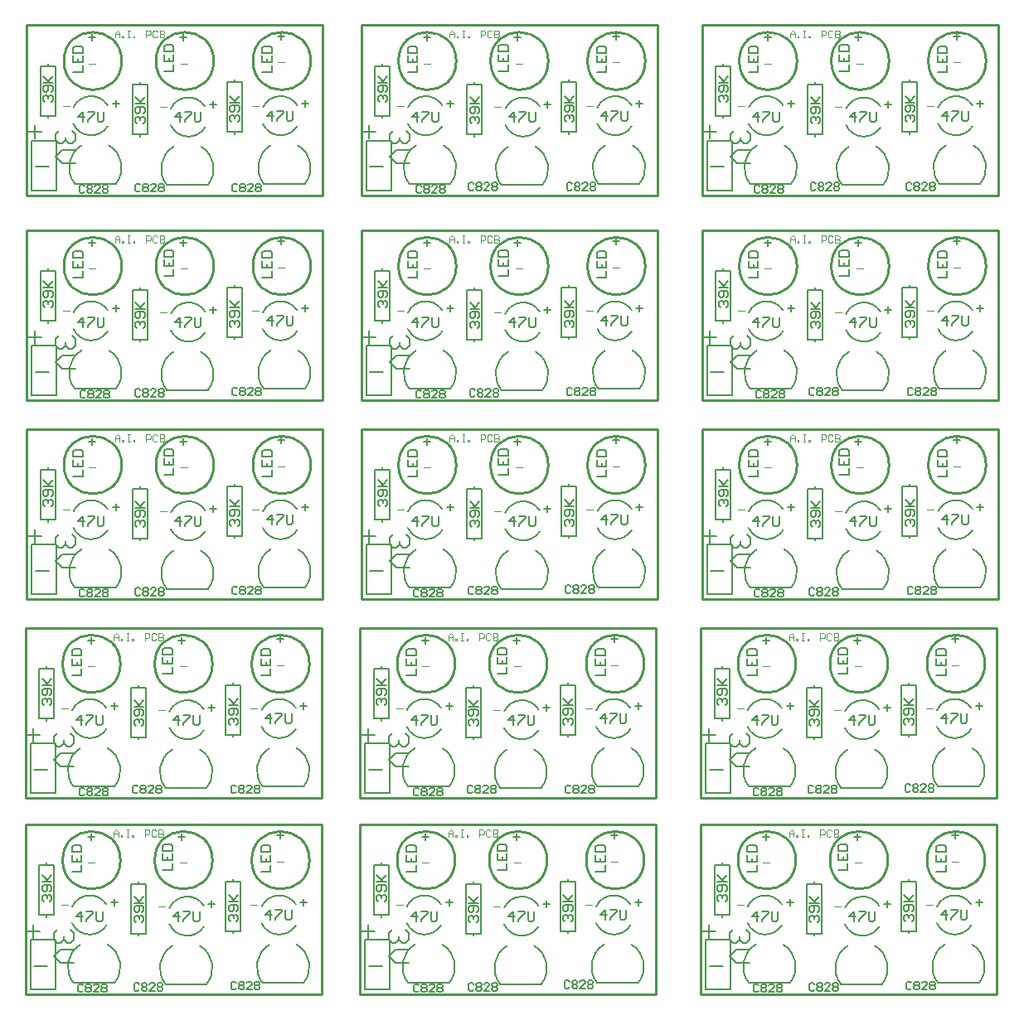
<source format=gto>
G04 Layer_Color=65535*
%FSLAX25Y25*%
%MOIN*%
G70*
G01*
G75*
%ADD25C,0.00800*%
%ADD26C,0.00787*%
%ADD27C,0.01000*%
%ADD28C,0.00394*%
%ADD29C,0.00591*%
D25*
X39205Y7163D02*
G03*
X36492Y22548I-7811J6555D01*
G01*
X25425Y22536D02*
G03*
X22717Y7180I5321J-8855D01*
G01*
X76205Y6663D02*
G03*
X73492Y22049I-7811J6555D01*
G01*
X62425Y22036D02*
G03*
X59717Y6680I5321J-8855D01*
G01*
X115205Y7163D02*
G03*
X112492Y22548I-7811J6555D01*
G01*
X101425Y22536D02*
G03*
X98717Y7180I5321J-8855D01*
G01*
X386705Y7163D02*
G03*
X383992Y22548I-7811J6555D01*
G01*
X372925Y22536D02*
G03*
X370217Y7180I5321J-8855D01*
G01*
X347705Y6663D02*
G03*
X344992Y22049I-7811J6555D01*
G01*
X333925Y22036D02*
G03*
X331217Y6680I5321J-8855D01*
G01*
X310705Y7163D02*
G03*
X307992Y22548I-7811J6555D01*
G01*
X296925Y22536D02*
G03*
X294217Y7180I5321J-8855D01*
G01*
X249705Y7163D02*
G03*
X246992Y22548I-7811J6555D01*
G01*
X235925Y22536D02*
G03*
X233217Y7180I5321J-8855D01*
G01*
X210705Y6663D02*
G03*
X207992Y22049I-7811J6555D01*
G01*
X196925Y22036D02*
G03*
X194217Y6680I5321J-8855D01*
G01*
X173705Y7163D02*
G03*
X170992Y22548I-7811J6555D01*
G01*
X159925Y22536D02*
G03*
X157217Y7180I5321J-8855D01*
G01*
X174205Y328663D02*
G03*
X171492Y344049I-7811J6555D01*
G01*
X160425Y344036D02*
G03*
X157717Y328680I5321J-8855D01*
G01*
X211205Y328163D02*
G03*
X208492Y343548I-7811J6555D01*
G01*
X197425Y343536D02*
G03*
X194717Y328180I5321J-8855D01*
G01*
X250205Y328663D02*
G03*
X247492Y344049I-7811J6555D01*
G01*
X236425Y344036D02*
G03*
X233717Y328680I5321J-8855D01*
G01*
X311205Y328663D02*
G03*
X308492Y344049I-7811J6555D01*
G01*
X297425Y344036D02*
G03*
X294717Y328680I5321J-8855D01*
G01*
X348205Y328163D02*
G03*
X345492Y343548I-7811J6555D01*
G01*
X334425Y343536D02*
G03*
X331717Y328180I5321J-8855D01*
G01*
X387205Y328663D02*
G03*
X384492Y344049I-7811J6555D01*
G01*
X373425Y344036D02*
G03*
X370717Y328680I5321J-8855D01*
G01*
X115705Y328663D02*
G03*
X112992Y344049I-7811J6555D01*
G01*
X101925Y344036D02*
G03*
X99217Y328680I5321J-8855D01*
G01*
X76705Y328163D02*
G03*
X73992Y343548I-7811J6555D01*
G01*
X62925Y343536D02*
G03*
X60217Y328180I5321J-8855D01*
G01*
X39705Y328663D02*
G03*
X36992Y344049I-7811J6555D01*
G01*
X25925Y344036D02*
G03*
X23217Y328680I5321J-8855D01*
G01*
X174205Y246163D02*
G03*
X171492Y261548I-7811J6555D01*
G01*
X160425Y261536D02*
G03*
X157717Y246180I5321J-8855D01*
G01*
X211205Y245663D02*
G03*
X208492Y261049I-7811J6555D01*
G01*
X197425Y261036D02*
G03*
X194717Y245680I5321J-8855D01*
G01*
X250205Y246163D02*
G03*
X247492Y261548I-7811J6555D01*
G01*
X236425Y261536D02*
G03*
X233717Y246180I5321J-8855D01*
G01*
X311205Y246163D02*
G03*
X308492Y261548I-7811J6555D01*
G01*
X297425Y261536D02*
G03*
X294717Y246180I5321J-8855D01*
G01*
X348205Y245663D02*
G03*
X345492Y261049I-7811J6555D01*
G01*
X334425Y261036D02*
G03*
X331717Y245680I5321J-8855D01*
G01*
X387205Y246163D02*
G03*
X384492Y261548I-7811J6555D01*
G01*
X373425Y261536D02*
G03*
X370717Y246180I5321J-8855D01*
G01*
X115705Y246163D02*
G03*
X112992Y261548I-7811J6555D01*
G01*
X101925Y261536D02*
G03*
X99217Y246180I5321J-8855D01*
G01*
X76705Y245663D02*
G03*
X73992Y261049I-7811J6555D01*
G01*
X62925Y261036D02*
G03*
X60217Y245680I5321J-8855D01*
G01*
X39705Y246163D02*
G03*
X36992Y261548I-7811J6555D01*
G01*
X25925Y261536D02*
G03*
X23217Y246180I5321J-8855D01*
G01*
X173705Y86163D02*
G03*
X170992Y101549I-7811J6555D01*
G01*
X159925Y101536D02*
G03*
X157217Y86180I5321J-8855D01*
G01*
X210705Y85663D02*
G03*
X207992Y101049I-7811J6555D01*
G01*
X196925Y101036D02*
G03*
X194217Y85680I5321J-8855D01*
G01*
X249705Y86163D02*
G03*
X246992Y101549I-7811J6555D01*
G01*
X235925Y101536D02*
G03*
X233217Y86180I5321J-8855D01*
G01*
X310705Y86163D02*
G03*
X307992Y101549I-7811J6555D01*
G01*
X296925Y101536D02*
G03*
X294217Y86180I5321J-8855D01*
G01*
X347705Y85663D02*
G03*
X344992Y101049I-7811J6555D01*
G01*
X333925Y101036D02*
G03*
X331217Y85680I5321J-8855D01*
G01*
X386705Y86163D02*
G03*
X383992Y101549I-7811J6555D01*
G01*
X372925Y101536D02*
G03*
X370217Y86180I5321J-8855D01*
G01*
X115205Y86163D02*
G03*
X112492Y101549I-7811J6555D01*
G01*
X101425Y101536D02*
G03*
X98717Y86180I5321J-8855D01*
G01*
X76205Y85663D02*
G03*
X73492Y101049I-7811J6555D01*
G01*
X62425Y101036D02*
G03*
X59717Y85680I5321J-8855D01*
G01*
X39205Y86163D02*
G03*
X36492Y101549I-7811J6555D01*
G01*
X25425Y101536D02*
G03*
X22717Y86180I5321J-8855D01*
G01*
X174205Y166163D02*
G03*
X171492Y181549I-7811J6555D01*
G01*
X160425Y181536D02*
G03*
X157717Y166180I5321J-8855D01*
G01*
X211205Y165663D02*
G03*
X208492Y181049I-7811J6555D01*
G01*
X197425Y181036D02*
G03*
X194717Y165680I5321J-8855D01*
G01*
X250205Y166163D02*
G03*
X247492Y181549I-7811J6555D01*
G01*
X236425Y181536D02*
G03*
X233717Y166180I5321J-8855D01*
G01*
X311205Y166163D02*
G03*
X308492Y181549I-7811J6555D01*
G01*
X297425Y181536D02*
G03*
X294717Y166180I5321J-8855D01*
G01*
X348205Y165663D02*
G03*
X345492Y181049I-7811J6555D01*
G01*
X334425Y181036D02*
G03*
X331717Y165680I5321J-8855D01*
G01*
X387205Y166163D02*
G03*
X384492Y181549I-7811J6555D01*
G01*
X373425Y181536D02*
G03*
X370717Y166180I5321J-8855D01*
G01*
X115705Y166163D02*
G03*
X112992Y181549I-7811J6555D01*
G01*
X101925Y181536D02*
G03*
X99217Y166180I5321J-8855D01*
G01*
X76705Y165663D02*
G03*
X73992Y181049I-7811J6555D01*
G01*
X62925Y181036D02*
G03*
X60217Y165680I5321J-8855D01*
G01*
X39705Y166163D02*
G03*
X36992Y181549I-7811J6555D01*
G01*
X25925Y181536D02*
G03*
X23217Y166180I5321J-8855D01*
G01*
X22701Y7201D02*
X39236D01*
X59701Y6701D02*
X76236D01*
X98701Y7201D02*
X115236D01*
X370201D02*
X386736D01*
X331201Y6701D02*
X347736D01*
X294201Y7201D02*
X310736D01*
X233201D02*
X249736D01*
X194201Y6701D02*
X210736D01*
X157201Y7201D02*
X173736D01*
X157701Y328701D02*
X174236D01*
X194701Y328201D02*
X211236D01*
X233701Y328701D02*
X250236D01*
X294701D02*
X311236D01*
X331701Y328201D02*
X348236D01*
X370701Y328701D02*
X387236D01*
X99201D02*
X115736D01*
X60201Y328201D02*
X76736D01*
X23201Y328701D02*
X39736D01*
X157701Y246201D02*
X174236D01*
X194701Y245701D02*
X211236D01*
X233701Y246201D02*
X250236D01*
X294701D02*
X311236D01*
X331701Y245701D02*
X348236D01*
X370701Y246201D02*
X387236D01*
X99201D02*
X115736D01*
X60201Y245701D02*
X76736D01*
X23201Y246201D02*
X39736D01*
X157201Y86201D02*
X173736D01*
X194201Y85701D02*
X210736D01*
X233201Y86201D02*
X249736D01*
X294201D02*
X310736D01*
X331201Y85701D02*
X347736D01*
X370201Y86201D02*
X386736D01*
X98701D02*
X115236D01*
X59701Y85701D02*
X76236D01*
X22701Y86201D02*
X39236D01*
X157701Y166201D02*
X174236D01*
X194701Y165701D02*
X211236D01*
X233701Y166201D02*
X250236D01*
X294701D02*
X311236D01*
X331701Y165701D02*
X348236D01*
X370701Y166201D02*
X387236D01*
X99201D02*
X115736D01*
X60201Y165701D02*
X76736D01*
X23201Y166201D02*
X39736D01*
D26*
X35951Y38732D02*
G03*
X22150Y37774I-6640J-4232D01*
G01*
Y31226D02*
G03*
X35951Y30268I7161J3274D01*
G01*
X75108Y38232D02*
G03*
X61308Y37274I-6640J-4232D01*
G01*
Y30726D02*
G03*
X75108Y29768I7161J3274D01*
G01*
X112108Y38732D02*
G03*
X98308Y37774I-6640J-4232D01*
G01*
Y31226D02*
G03*
X112108Y30268I7161J3274D01*
G01*
X383608Y38732D02*
G03*
X369808Y37774I-6640J-4232D01*
G01*
Y31226D02*
G03*
X383608Y30268I7161J3274D01*
G01*
X346608Y38232D02*
G03*
X332807Y37274I-6640J-4232D01*
G01*
Y30726D02*
G03*
X346608Y29768I7161J3274D01*
G01*
X307451Y38732D02*
G03*
X293650Y37774I-6640J-4232D01*
G01*
Y31226D02*
G03*
X307451Y30268I7161J3274D01*
G01*
X246608Y38732D02*
G03*
X232807Y37774I-6640J-4232D01*
G01*
Y31226D02*
G03*
X246608Y30268I7161J3274D01*
G01*
X209608Y38232D02*
G03*
X195808Y37274I-6640J-4232D01*
G01*
Y30726D02*
G03*
X209608Y29768I7161J3274D01*
G01*
X170451Y38732D02*
G03*
X156650Y37774I-6640J-4232D01*
G01*
Y31226D02*
G03*
X170451Y30268I7161J3274D01*
G01*
X170951Y360232D02*
G03*
X157150Y359274I-6640J-4232D01*
G01*
Y352726D02*
G03*
X170951Y351768I7161J3274D01*
G01*
X210108Y359732D02*
G03*
X196308Y358774I-6640J-4232D01*
G01*
Y352226D02*
G03*
X210108Y351268I7161J3274D01*
G01*
X247108Y360232D02*
G03*
X233308Y359274I-6640J-4232D01*
G01*
Y352726D02*
G03*
X247108Y351768I7161J3274D01*
G01*
X307951Y360232D02*
G03*
X294150Y359274I-6640J-4232D01*
G01*
Y352726D02*
G03*
X307951Y351768I7161J3274D01*
G01*
X347108Y359732D02*
G03*
X333308Y358774I-6640J-4232D01*
G01*
Y352226D02*
G03*
X347108Y351268I7161J3274D01*
G01*
X384108Y360232D02*
G03*
X370307Y359274I-6640J-4232D01*
G01*
Y352726D02*
G03*
X384108Y351768I7161J3274D01*
G01*
X112608Y360232D02*
G03*
X98808Y359274I-6640J-4232D01*
G01*
Y352726D02*
G03*
X112608Y351768I7161J3274D01*
G01*
X75608Y359732D02*
G03*
X61808Y358774I-6640J-4232D01*
G01*
Y352226D02*
G03*
X75608Y351268I7161J3274D01*
G01*
X36451Y360232D02*
G03*
X22650Y359274I-6640J-4232D01*
G01*
Y352726D02*
G03*
X36451Y351768I7161J3274D01*
G01*
X170951Y277732D02*
G03*
X157150Y276774I-6640J-4232D01*
G01*
Y270226D02*
G03*
X170951Y269268I7161J3274D01*
G01*
X210108Y277232D02*
G03*
X196308Y276274I-6640J-4232D01*
G01*
Y269726D02*
G03*
X210108Y268768I7161J3274D01*
G01*
X247108Y277732D02*
G03*
X233308Y276774I-6640J-4232D01*
G01*
Y270226D02*
G03*
X247108Y269268I7161J3274D01*
G01*
X307951Y277732D02*
G03*
X294150Y276774I-6640J-4232D01*
G01*
Y270226D02*
G03*
X307951Y269268I7161J3274D01*
G01*
X347108Y277232D02*
G03*
X333308Y276274I-6640J-4232D01*
G01*
Y269726D02*
G03*
X347108Y268768I7161J3274D01*
G01*
X384108Y277732D02*
G03*
X370307Y276774I-6640J-4232D01*
G01*
Y270226D02*
G03*
X384108Y269268I7161J3274D01*
G01*
X112608Y277732D02*
G03*
X98808Y276774I-6640J-4232D01*
G01*
Y270226D02*
G03*
X112608Y269268I7161J3274D01*
G01*
X75608Y277232D02*
G03*
X61808Y276274I-6640J-4232D01*
G01*
Y269726D02*
G03*
X75608Y268768I7161J3274D01*
G01*
X36451Y277732D02*
G03*
X22650Y276774I-6640J-4232D01*
G01*
Y270226D02*
G03*
X36451Y269268I7161J3274D01*
G01*
X170451Y117732D02*
G03*
X156650Y116774I-6640J-4232D01*
G01*
Y110226D02*
G03*
X170451Y109268I7161J3274D01*
G01*
X209608Y117232D02*
G03*
X195808Y116274I-6640J-4232D01*
G01*
Y109726D02*
G03*
X209608Y108768I7161J3274D01*
G01*
X246608Y117732D02*
G03*
X232807Y116774I-6640J-4232D01*
G01*
Y110226D02*
G03*
X246608Y109268I7161J3274D01*
G01*
X307451Y117732D02*
G03*
X293650Y116774I-6640J-4232D01*
G01*
Y110226D02*
G03*
X307451Y109268I7161J3274D01*
G01*
X346608Y117232D02*
G03*
X332807Y116274I-6640J-4232D01*
G01*
Y109726D02*
G03*
X346608Y108768I7161J3274D01*
G01*
X383608Y117732D02*
G03*
X369808Y116774I-6640J-4232D01*
G01*
Y110226D02*
G03*
X383608Y109268I7161J3274D01*
G01*
X112108Y117732D02*
G03*
X98308Y116774I-6640J-4232D01*
G01*
Y110226D02*
G03*
X112108Y109268I7161J3274D01*
G01*
X75108Y117232D02*
G03*
X61308Y116274I-6640J-4232D01*
G01*
Y109726D02*
G03*
X75108Y108768I7161J3274D01*
G01*
X35951Y117732D02*
G03*
X22150Y116774I-6640J-4232D01*
G01*
Y110226D02*
G03*
X35951Y109268I7161J3274D01*
G01*
X170951Y197732D02*
G03*
X157150Y196774I-6640J-4232D01*
G01*
Y190226D02*
G03*
X170951Y189268I7161J3274D01*
G01*
X210108Y197232D02*
G03*
X196308Y196274I-6640J-4232D01*
G01*
Y189726D02*
G03*
X210108Y188768I7161J3274D01*
G01*
X247108Y197732D02*
G03*
X233308Y196774I-6640J-4232D01*
G01*
Y190226D02*
G03*
X247108Y189268I7161J3274D01*
G01*
X307951Y197732D02*
G03*
X294150Y196774I-6640J-4232D01*
G01*
Y190226D02*
G03*
X307951Y189268I7161J3274D01*
G01*
X347108Y197232D02*
G03*
X333308Y196274I-6640J-4232D01*
G01*
Y189726D02*
G03*
X347108Y188768I7161J3274D01*
G01*
X384108Y197732D02*
G03*
X370307Y196774I-6640J-4232D01*
G01*
Y190226D02*
G03*
X384108Y189268I7161J3274D01*
G01*
X112608Y197732D02*
G03*
X98808Y196774I-6640J-4232D01*
G01*
Y190226D02*
G03*
X112608Y189268I7161J3274D01*
G01*
X75608Y197232D02*
G03*
X61808Y196274I-6640J-4232D01*
G01*
Y189726D02*
G03*
X75608Y188768I7161J3274D01*
G01*
X36451Y197732D02*
G03*
X22650Y196774I-6640J-4232D01*
G01*
Y190226D02*
G03*
X36451Y189268I7161J3274D01*
G01*
X15469Y4500D02*
Y24500D01*
X5469D02*
X15469D01*
X5469Y4500D02*
Y24500D01*
Y4500D02*
X15469D01*
X11969Y54500D02*
Y55400D01*
Y33600D02*
Y34500D01*
Y54500D02*
X14968D01*
Y34500D02*
Y54500D01*
X8969Y34500D02*
X14968D01*
X8969D02*
Y54500D01*
X11969D01*
X48968Y47000D02*
Y47900D01*
Y26100D02*
Y27000D01*
Y47000D02*
X51968D01*
Y27000D02*
Y47000D01*
X45968Y27000D02*
X51968D01*
X45968D02*
Y47000D01*
X48968D01*
X86968Y48000D02*
Y48900D01*
Y27100D02*
Y28000D01*
Y48000D02*
X89969D01*
Y28000D02*
Y48000D01*
X83969Y28000D02*
X89969D01*
X83969D02*
Y48000D01*
X86968D01*
X358469D02*
Y48900D01*
Y27100D02*
Y28000D01*
Y48000D02*
X361469D01*
Y28000D02*
Y48000D01*
X355469Y28000D02*
X361469D01*
X355469D02*
Y48000D01*
X358469D01*
X320468Y47000D02*
Y47900D01*
Y26100D02*
Y27000D01*
Y47000D02*
X323468D01*
Y27000D02*
Y47000D01*
X317469Y27000D02*
X323468D01*
X317469D02*
Y47000D01*
X320468D01*
X283469Y54500D02*
Y55400D01*
Y33600D02*
Y34500D01*
Y54500D02*
X286469D01*
Y34500D02*
Y54500D01*
X280469Y34500D02*
X286469D01*
X280469D02*
Y54500D01*
X283469D01*
X286968Y4500D02*
Y24500D01*
X276969D02*
X286968D01*
X276969Y4500D02*
Y24500D01*
Y4500D02*
X286968D01*
X221468Y48000D02*
Y48900D01*
Y27100D02*
Y28000D01*
Y48000D02*
X224468D01*
Y28000D02*
Y48000D01*
X218468Y28000D02*
X224468D01*
X218468D02*
Y48000D01*
X221468D01*
X183468Y47000D02*
Y47900D01*
Y26100D02*
Y27000D01*
Y47000D02*
X186469D01*
Y27000D02*
Y47000D01*
X180468Y27000D02*
X186469D01*
X180468D02*
Y47000D01*
X183468D01*
X146468Y54500D02*
Y55400D01*
Y33600D02*
Y34500D01*
Y54500D02*
X149469D01*
Y34500D02*
Y54500D01*
X143468Y34500D02*
X149469D01*
X143468D02*
Y54500D01*
X146468D01*
X149969Y4500D02*
Y24500D01*
X139969D02*
X149969D01*
X139969Y4500D02*
Y24500D01*
Y4500D02*
X149969D01*
X150469Y326000D02*
Y346000D01*
X140469D02*
X150469D01*
X140469Y326000D02*
Y346000D01*
Y326000D02*
X150469D01*
X146968Y376000D02*
Y376900D01*
Y355100D02*
Y356000D01*
Y376000D02*
X149969D01*
Y356000D02*
Y376000D01*
X143968Y356000D02*
X149969D01*
X143968D02*
Y376000D01*
X146968D01*
X183968Y368500D02*
Y369400D01*
Y347600D02*
Y348500D01*
Y368500D02*
X186969D01*
Y348500D02*
Y368500D01*
X180968Y348500D02*
X186969D01*
X180968D02*
Y368500D01*
X183968D01*
X221969Y369500D02*
Y370400D01*
Y348600D02*
Y349500D01*
Y369500D02*
X224969D01*
Y349500D02*
Y369500D01*
X218969Y349500D02*
X224969D01*
X218969D02*
Y369500D01*
X221969D01*
X287469Y326000D02*
Y346000D01*
X277468D02*
X287469D01*
X277468Y326000D02*
Y346000D01*
Y326000D02*
X287469D01*
X283968Y376000D02*
Y376900D01*
Y355100D02*
Y356000D01*
Y376000D02*
X286968D01*
Y356000D02*
Y376000D01*
X280968Y356000D02*
X286968D01*
X280968D02*
Y376000D01*
X283968D01*
X320969Y368500D02*
Y369400D01*
Y347600D02*
Y348500D01*
Y368500D02*
X323969D01*
Y348500D02*
Y368500D01*
X317969Y348500D02*
X323969D01*
X317969D02*
Y368500D01*
X320969D01*
X358968Y369500D02*
Y370400D01*
Y348600D02*
Y349500D01*
Y369500D02*
X361968D01*
Y349500D02*
Y369500D01*
X355968Y349500D02*
X361968D01*
X355968D02*
Y369500D01*
X358968D01*
X87468D02*
Y370400D01*
Y348600D02*
Y349500D01*
Y369500D02*
X90469D01*
Y349500D02*
Y369500D01*
X84469Y349500D02*
X90469D01*
X84469D02*
Y369500D01*
X87468D01*
X49468Y368500D02*
Y369400D01*
Y347600D02*
Y348500D01*
Y368500D02*
X52469D01*
Y348500D02*
Y368500D01*
X46468Y348500D02*
X52469D01*
X46468D02*
Y368500D01*
X49468D01*
X12468Y376000D02*
Y376900D01*
Y355100D02*
Y356000D01*
Y376000D02*
X15469D01*
Y356000D02*
Y376000D01*
X9469Y356000D02*
X15469D01*
X9469D02*
Y376000D01*
X12468D01*
X15969Y326000D02*
Y346000D01*
X5968D02*
X15969D01*
X5968Y326000D02*
Y346000D01*
Y326000D02*
X15969D01*
X150469Y243500D02*
Y263500D01*
X140469D02*
X150469D01*
X140469Y243500D02*
Y263500D01*
Y243500D02*
X150469D01*
X146968Y293500D02*
Y294400D01*
Y272600D02*
Y273500D01*
Y293500D02*
X149969D01*
Y273500D02*
Y293500D01*
X143968Y273500D02*
X149969D01*
X143968D02*
Y293500D01*
X146968D01*
X183968Y286000D02*
Y286900D01*
Y265100D02*
Y266000D01*
Y286000D02*
X186969D01*
Y266000D02*
Y286000D01*
X180968Y266000D02*
X186969D01*
X180968D02*
Y286000D01*
X183968D01*
X221969Y287000D02*
Y287900D01*
Y266100D02*
Y267000D01*
Y287000D02*
X224969D01*
Y267000D02*
Y287000D01*
X218969Y267000D02*
X224969D01*
X218969D02*
Y287000D01*
X221969D01*
X287469Y243500D02*
Y263500D01*
X277468D02*
X287469D01*
X277468Y243500D02*
Y263500D01*
Y243500D02*
X287469D01*
X283968Y293500D02*
Y294400D01*
Y272600D02*
Y273500D01*
Y293500D02*
X286968D01*
Y273500D02*
Y293500D01*
X280968Y273500D02*
X286968D01*
X280968D02*
Y293500D01*
X283968D01*
X320969Y286000D02*
Y286900D01*
Y265100D02*
Y266000D01*
Y286000D02*
X323969D01*
Y266000D02*
Y286000D01*
X317969Y266000D02*
X323969D01*
X317969D02*
Y286000D01*
X320969D01*
X358968Y287000D02*
Y287900D01*
Y266100D02*
Y267000D01*
Y287000D02*
X361968D01*
Y267000D02*
Y287000D01*
X355968Y267000D02*
X361968D01*
X355968D02*
Y287000D01*
X358968D01*
X87468D02*
Y287900D01*
Y266100D02*
Y267000D01*
Y287000D02*
X90469D01*
Y267000D02*
Y287000D01*
X84469Y267000D02*
X90469D01*
X84469D02*
Y287000D01*
X87468D01*
X49468Y286000D02*
Y286900D01*
Y265100D02*
Y266000D01*
Y286000D02*
X52469D01*
Y266000D02*
Y286000D01*
X46468Y266000D02*
X52469D01*
X46468D02*
Y286000D01*
X49468D01*
X12468Y293500D02*
Y294400D01*
Y272600D02*
Y273500D01*
Y293500D02*
X15469D01*
Y273500D02*
Y293500D01*
X9469Y273500D02*
X15469D01*
X9469D02*
Y293500D01*
X12468D01*
X15969Y243500D02*
Y263500D01*
X5968D02*
X15969D01*
X5968Y243500D02*
Y263500D01*
Y243500D02*
X15969D01*
X149969Y83500D02*
Y103500D01*
X139969D02*
X149969D01*
X139969Y83500D02*
Y103500D01*
Y83500D02*
X149969D01*
X146468Y133500D02*
Y134400D01*
Y112600D02*
Y113500D01*
Y133500D02*
X149469D01*
Y113500D02*
Y133500D01*
X143468Y113500D02*
X149469D01*
X143468D02*
Y133500D01*
X146468D01*
X183468Y126000D02*
Y126900D01*
Y105100D02*
Y106000D01*
Y126000D02*
X186469D01*
Y106000D02*
Y126000D01*
X180468Y106000D02*
X186469D01*
X180468D02*
Y126000D01*
X183468D01*
X221468Y127000D02*
Y127900D01*
Y106100D02*
Y107000D01*
Y127000D02*
X224468D01*
Y107000D02*
Y127000D01*
X218468Y107000D02*
X224468D01*
X218468D02*
Y127000D01*
X221468D01*
X286968Y83500D02*
Y103500D01*
X276969D02*
X286968D01*
X276969Y83500D02*
Y103500D01*
Y83500D02*
X286968D01*
X283469Y133500D02*
Y134400D01*
Y112600D02*
Y113500D01*
Y133500D02*
X286469D01*
Y113500D02*
Y133500D01*
X280469Y113500D02*
X286469D01*
X280469D02*
Y133500D01*
X283469D01*
X320468Y126000D02*
Y126900D01*
Y105100D02*
Y106000D01*
Y126000D02*
X323468D01*
Y106000D02*
Y126000D01*
X317469Y106000D02*
X323468D01*
X317469D02*
Y126000D01*
X320468D01*
X358469Y127000D02*
Y127900D01*
Y106100D02*
Y107000D01*
Y127000D02*
X361469D01*
Y107000D02*
Y127000D01*
X355469Y107000D02*
X361469D01*
X355469D02*
Y127000D01*
X358469D01*
X86968D02*
Y127900D01*
Y106100D02*
Y107000D01*
Y127000D02*
X89969D01*
Y107000D02*
Y127000D01*
X83969Y107000D02*
X89969D01*
X83969D02*
Y127000D01*
X86968D01*
X48968Y126000D02*
Y126900D01*
Y105100D02*
Y106000D01*
Y126000D02*
X51968D01*
Y106000D02*
Y126000D01*
X45968Y106000D02*
X51968D01*
X45968D02*
Y126000D01*
X48968D01*
X11969Y133500D02*
Y134400D01*
Y112600D02*
Y113500D01*
Y133500D02*
X14968D01*
Y113500D02*
Y133500D01*
X8969Y113500D02*
X14968D01*
X8969D02*
Y133500D01*
X11969D01*
X15469Y83500D02*
Y103500D01*
X5469D02*
X15469D01*
X5469Y83500D02*
Y103500D01*
Y83500D02*
X15469D01*
X150469Y163500D02*
Y183500D01*
X140469D02*
X150469D01*
X140469Y163500D02*
Y183500D01*
Y163500D02*
X150469D01*
X146968Y213500D02*
Y214400D01*
Y192600D02*
Y193500D01*
Y213500D02*
X149969D01*
Y193500D02*
Y213500D01*
X143968Y193500D02*
X149969D01*
X143968D02*
Y213500D01*
X146968D01*
X183968Y206000D02*
Y206900D01*
Y185100D02*
Y186000D01*
Y206000D02*
X186969D01*
Y186000D02*
Y206000D01*
X180968Y186000D02*
X186969D01*
X180968D02*
Y206000D01*
X183968D01*
X221969Y207000D02*
Y207900D01*
Y186100D02*
Y187000D01*
Y207000D02*
X224969D01*
Y187000D02*
Y207000D01*
X218969Y187000D02*
X224969D01*
X218969D02*
Y207000D01*
X221969D01*
X287469Y163500D02*
Y183500D01*
X277468D02*
X287469D01*
X277468Y163500D02*
Y183500D01*
Y163500D02*
X287469D01*
X283968Y213500D02*
Y214400D01*
Y192600D02*
Y193500D01*
Y213500D02*
X286968D01*
Y193500D02*
Y213500D01*
X280968Y193500D02*
X286968D01*
X280968D02*
Y213500D01*
X283968D01*
X320969Y206000D02*
Y206900D01*
Y185100D02*
Y186000D01*
Y206000D02*
X323969D01*
Y186000D02*
Y206000D01*
X317969Y186000D02*
X323969D01*
X317969D02*
Y206000D01*
X320969D01*
X358968Y207000D02*
Y207900D01*
Y186100D02*
Y187000D01*
Y207000D02*
X361968D01*
Y187000D02*
Y207000D01*
X355968Y187000D02*
X361968D01*
X355968D02*
Y207000D01*
X358968D01*
X87468D02*
Y207900D01*
Y186100D02*
Y187000D01*
Y207000D02*
X90469D01*
Y187000D02*
Y207000D01*
X84469Y187000D02*
X90469D01*
X84469D02*
Y207000D01*
X87468D01*
X49468Y206000D02*
Y206900D01*
Y185100D02*
Y186000D01*
Y206000D02*
X52469D01*
Y186000D02*
Y206000D01*
X46468Y186000D02*
X52469D01*
X46468D02*
Y206000D01*
X49468D01*
X12468Y213500D02*
Y214400D01*
Y192600D02*
Y193500D01*
Y213500D02*
X15469D01*
Y193500D02*
Y213500D01*
X9469Y193500D02*
X15469D01*
X9469D02*
Y213500D01*
X12468D01*
X15969Y163500D02*
Y183500D01*
X5968D02*
X15969D01*
X5968Y163500D02*
Y183500D01*
Y163500D02*
X15969D01*
X359599Y7124D02*
X359074Y7649D01*
X358025D01*
X357500Y7124D01*
Y5025D01*
X358025Y4500D01*
X359074D01*
X359599Y5025D01*
X360649Y7124D02*
X361173Y7649D01*
X362223D01*
X362748Y7124D01*
Y6599D01*
X362223Y6074D01*
X362748Y5550D01*
Y5025D01*
X362223Y4500D01*
X361173D01*
X360649Y5025D01*
Y5550D01*
X361173Y6074D01*
X360649Y6599D01*
Y7124D01*
X361173Y6074D02*
X362223D01*
X365896Y4500D02*
X363797D01*
X365896Y6599D01*
Y7124D01*
X365371Y7649D01*
X364322D01*
X363797Y7124D01*
X366946D02*
X367471Y7649D01*
X368520D01*
X369045Y7124D01*
Y6599D01*
X368520Y6074D01*
X369045Y5550D01*
Y5025D01*
X368520Y4500D01*
X367471D01*
X366946Y5025D01*
Y5550D01*
X367471Y6074D01*
X366946Y6599D01*
Y7124D01*
X367471Y6074D02*
X368520D01*
X320599Y6624D02*
X320074Y7149D01*
X319025D01*
X318500Y6624D01*
Y4525D01*
X319025Y4000D01*
X320074D01*
X320599Y4525D01*
X321649Y6624D02*
X322173Y7149D01*
X323223D01*
X323748Y6624D01*
Y6099D01*
X323223Y5574D01*
X323748Y5049D01*
Y4525D01*
X323223Y4000D01*
X322173D01*
X321649Y4525D01*
Y5049D01*
X322173Y5574D01*
X321649Y6099D01*
Y6624D01*
X322173Y5574D02*
X323223D01*
X326896Y4000D02*
X324797D01*
X326896Y6099D01*
Y6624D01*
X326372Y7149D01*
X325322D01*
X324797Y6624D01*
X327946D02*
X328470Y7149D01*
X329520D01*
X330045Y6624D01*
Y6099D01*
X329520Y5574D01*
X330045Y5049D01*
Y4525D01*
X329520Y4000D01*
X328470D01*
X327946Y4525D01*
Y5049D01*
X328470Y5574D01*
X327946Y6099D01*
Y6624D01*
X328470Y5574D02*
X329520D01*
X298099Y6124D02*
X297574Y6649D01*
X296525D01*
X296000Y6124D01*
Y4025D01*
X296525Y3500D01*
X297574D01*
X298099Y4025D01*
X299149Y6124D02*
X299673Y6649D01*
X300723D01*
X301248Y6124D01*
Y5599D01*
X300723Y5074D01*
X301248Y4549D01*
Y4025D01*
X300723Y3500D01*
X299673D01*
X299149Y4025D01*
Y4549D01*
X299673Y5074D01*
X299149Y5599D01*
Y6124D01*
X299673Y5074D02*
X300723D01*
X304396Y3500D02*
X302297D01*
X304396Y5599D01*
Y6124D01*
X303871Y6649D01*
X302822D01*
X302297Y6124D01*
X305446D02*
X305971Y6649D01*
X307020D01*
X307545Y6124D01*
Y5599D01*
X307020Y5074D01*
X307545Y4549D01*
Y4025D01*
X307020Y3500D01*
X305971D01*
X305446Y4025D01*
Y4549D01*
X305971Y5074D01*
X305446Y5599D01*
Y6124D01*
X305971Y5074D02*
X307020D01*
X222099Y7624D02*
X221574Y8149D01*
X220525D01*
X220000Y7624D01*
Y5525D01*
X220525Y5000D01*
X221574D01*
X222099Y5525D01*
X223149Y7624D02*
X223673Y8149D01*
X224723D01*
X225248Y7624D01*
Y7099D01*
X224723Y6574D01*
X225248Y6050D01*
Y5525D01*
X224723Y5000D01*
X223673D01*
X223149Y5525D01*
Y6050D01*
X223673Y6574D01*
X223149Y7099D01*
Y7624D01*
X223673Y6574D02*
X224723D01*
X228396Y5000D02*
X226297D01*
X228396Y7099D01*
Y7624D01*
X227871Y8149D01*
X226822D01*
X226297Y7624D01*
X229446D02*
X229971Y8149D01*
X231020D01*
X231545Y7624D01*
Y7099D01*
X231020Y6574D01*
X231545Y6050D01*
Y5525D01*
X231020Y5000D01*
X229971D01*
X229446Y5525D01*
Y6050D01*
X229971Y6574D01*
X229446Y7099D01*
Y7624D01*
X229971Y6574D02*
X231020D01*
X183599Y6624D02*
X183074Y7149D01*
X182025D01*
X181500Y6624D01*
Y4525D01*
X182025Y4000D01*
X183074D01*
X183599Y4525D01*
X184649Y6624D02*
X185173Y7149D01*
X186223D01*
X186748Y6624D01*
Y6099D01*
X186223Y5574D01*
X186748Y5049D01*
Y4525D01*
X186223Y4000D01*
X185173D01*
X184649Y4525D01*
Y5049D01*
X185173Y5574D01*
X184649Y6099D01*
Y6624D01*
X185173Y5574D02*
X186223D01*
X189896Y4000D02*
X187797D01*
X189896Y6099D01*
Y6624D01*
X189372Y7149D01*
X188322D01*
X187797Y6624D01*
X190946D02*
X191471Y7149D01*
X192520D01*
X193045Y6624D01*
Y6099D01*
X192520Y5574D01*
X193045Y5049D01*
Y4525D01*
X192520Y4000D01*
X191471D01*
X190946Y4525D01*
Y5049D01*
X191471Y5574D01*
X190946Y6099D01*
Y6624D01*
X191471Y5574D02*
X192520D01*
X161599Y6124D02*
X161074Y6649D01*
X160025D01*
X159500Y6124D01*
Y4025D01*
X160025Y3500D01*
X161074D01*
X161599Y4025D01*
X162649Y6124D02*
X163173Y6649D01*
X164223D01*
X164748Y6124D01*
Y5599D01*
X164223Y5074D01*
X164748Y4549D01*
Y4025D01*
X164223Y3500D01*
X163173D01*
X162649Y4025D01*
Y4549D01*
X163173Y5074D01*
X162649Y5599D01*
Y6124D01*
X163173Y5074D02*
X164223D01*
X167896Y3500D02*
X165797D01*
X167896Y5599D01*
Y6124D01*
X167371Y6649D01*
X166322D01*
X165797Y6124D01*
X168946D02*
X169471Y6649D01*
X170520D01*
X171045Y6124D01*
Y5599D01*
X170520Y5074D01*
X171045Y4549D01*
Y4025D01*
X170520Y3500D01*
X169471D01*
X168946Y4025D01*
Y4549D01*
X169471Y5074D01*
X168946Y5599D01*
Y6124D01*
X169471Y5074D02*
X170520D01*
X88099Y7124D02*
X87574Y7649D01*
X86525D01*
X86000Y7124D01*
Y5025D01*
X86525Y4500D01*
X87574D01*
X88099Y5025D01*
X89149Y7124D02*
X89673Y7649D01*
X90723D01*
X91248Y7124D01*
Y6599D01*
X90723Y6074D01*
X91248Y5550D01*
Y5025D01*
X90723Y4500D01*
X89673D01*
X89149Y5025D01*
Y5550D01*
X89673Y6074D01*
X89149Y6599D01*
Y7124D01*
X89673Y6074D02*
X90723D01*
X94396Y4500D02*
X92297D01*
X94396Y6599D01*
Y7124D01*
X93871Y7649D01*
X92822D01*
X92297Y7124D01*
X95446D02*
X95970Y7649D01*
X97020D01*
X97545Y7124D01*
Y6599D01*
X97020Y6074D01*
X97545Y5550D01*
Y5025D01*
X97020Y4500D01*
X95970D01*
X95446Y5025D01*
Y5550D01*
X95970Y6074D01*
X95446Y6599D01*
Y7124D01*
X95970Y6074D02*
X97020D01*
X49099Y6624D02*
X48574Y7149D01*
X47525D01*
X47000Y6624D01*
Y4525D01*
X47525Y4000D01*
X48574D01*
X49099Y4525D01*
X50149Y6624D02*
X50673Y7149D01*
X51723D01*
X52248Y6624D01*
Y6099D01*
X51723Y5574D01*
X52248Y5049D01*
Y4525D01*
X51723Y4000D01*
X50673D01*
X50149Y4525D01*
Y5049D01*
X50673Y5574D01*
X50149Y6099D01*
Y6624D01*
X50673Y5574D02*
X51723D01*
X55396Y4000D02*
X53297D01*
X55396Y6099D01*
Y6624D01*
X54871Y7149D01*
X53822D01*
X53297Y6624D01*
X56446D02*
X56971Y7149D01*
X58020D01*
X58545Y6624D01*
Y6099D01*
X58020Y5574D01*
X58545Y5049D01*
Y4525D01*
X58020Y4000D01*
X56971D01*
X56446Y4525D01*
Y5049D01*
X56971Y5574D01*
X56446Y6099D01*
Y6624D01*
X56971Y5574D02*
X58020D01*
X26599Y6124D02*
X26074Y6649D01*
X25025D01*
X24500Y6124D01*
Y4025D01*
X25025Y3500D01*
X26074D01*
X26599Y4025D01*
X27649Y6124D02*
X28173Y6649D01*
X29223D01*
X29748Y6124D01*
Y5599D01*
X29223Y5074D01*
X29748Y4549D01*
Y4025D01*
X29223Y3500D01*
X28173D01*
X27649Y4025D01*
Y4549D01*
X28173Y5074D01*
X27649Y5599D01*
Y6124D01*
X28173Y5074D02*
X29223D01*
X32896Y3500D02*
X30797D01*
X32896Y5599D01*
Y6124D01*
X32372Y6649D01*
X31322D01*
X30797Y6124D01*
X33946D02*
X34470Y6649D01*
X35520D01*
X36045Y6124D01*
Y5599D01*
X35520Y5074D01*
X36045Y4549D01*
Y4025D01*
X35520Y3500D01*
X34470D01*
X33946Y4025D01*
Y4549D01*
X34470Y5074D01*
X33946Y5599D01*
Y6124D01*
X34470Y5074D02*
X35520D01*
X27099Y85124D02*
X26574Y85649D01*
X25525D01*
X25000Y85124D01*
Y83025D01*
X25525Y82500D01*
X26574D01*
X27099Y83025D01*
X28149Y85124D02*
X28673Y85649D01*
X29723D01*
X30248Y85124D01*
Y84599D01*
X29723Y84074D01*
X30248Y83549D01*
Y83025D01*
X29723Y82500D01*
X28673D01*
X28149Y83025D01*
Y83549D01*
X28673Y84074D01*
X28149Y84599D01*
Y85124D01*
X28673Y84074D02*
X29723D01*
X33396Y82500D02*
X31297D01*
X33396Y84599D01*
Y85124D01*
X32871Y85649D01*
X31822D01*
X31297Y85124D01*
X34446D02*
X34971Y85649D01*
X36020D01*
X36545Y85124D01*
Y84599D01*
X36020Y84074D01*
X36545Y83549D01*
Y83025D01*
X36020Y82500D01*
X34971D01*
X34446Y83025D01*
Y83549D01*
X34971Y84074D01*
X34446Y84599D01*
Y85124D01*
X34971Y84074D02*
X36020D01*
X48599Y86124D02*
X48074Y86649D01*
X47025D01*
X46500Y86124D01*
Y84025D01*
X47025Y83500D01*
X48074D01*
X48599Y84025D01*
X49649Y86124D02*
X50173Y86649D01*
X51223D01*
X51748Y86124D01*
Y85599D01*
X51223Y85074D01*
X51748Y84549D01*
Y84025D01*
X51223Y83500D01*
X50173D01*
X49649Y84025D01*
Y84549D01*
X50173Y85074D01*
X49649Y85599D01*
Y86124D01*
X50173Y85074D02*
X51223D01*
X54896Y83500D02*
X52797D01*
X54896Y85599D01*
Y86124D01*
X54372Y86649D01*
X53322D01*
X52797Y86124D01*
X55946D02*
X56471Y86649D01*
X57520D01*
X58045Y86124D01*
Y85599D01*
X57520Y85074D01*
X58045Y84549D01*
Y84025D01*
X57520Y83500D01*
X56471D01*
X55946Y84025D01*
Y84549D01*
X56471Y85074D01*
X55946Y85599D01*
Y86124D01*
X56471Y85074D02*
X57520D01*
X88099Y86124D02*
X87574Y86649D01*
X86525D01*
X86000Y86124D01*
Y84025D01*
X86525Y83500D01*
X87574D01*
X88099Y84025D01*
X89149Y86124D02*
X89673Y86649D01*
X90723D01*
X91248Y86124D01*
Y85599D01*
X90723Y85074D01*
X91248Y84549D01*
Y84025D01*
X90723Y83500D01*
X89673D01*
X89149Y84025D01*
Y84549D01*
X89673Y85074D01*
X89149Y85599D01*
Y86124D01*
X89673Y85074D02*
X90723D01*
X94396Y83500D02*
X92297D01*
X94396Y85599D01*
Y86124D01*
X93871Y86649D01*
X92822D01*
X92297Y86124D01*
X95446D02*
X95970Y86649D01*
X97020D01*
X97545Y86124D01*
Y85599D01*
X97020Y85074D01*
X97545Y84549D01*
Y84025D01*
X97020Y83500D01*
X95970D01*
X95446Y84025D01*
Y84549D01*
X95970Y85074D01*
X95446Y85599D01*
Y86124D01*
X95970Y85074D02*
X97020D01*
X161599Y85124D02*
X161074Y85649D01*
X160025D01*
X159500Y85124D01*
Y83025D01*
X160025Y82500D01*
X161074D01*
X161599Y83025D01*
X162649Y85124D02*
X163173Y85649D01*
X164223D01*
X164748Y85124D01*
Y84599D01*
X164223Y84074D01*
X164748Y83549D01*
Y83025D01*
X164223Y82500D01*
X163173D01*
X162649Y83025D01*
Y83549D01*
X163173Y84074D01*
X162649Y84599D01*
Y85124D01*
X163173Y84074D02*
X164223D01*
X167896Y82500D02*
X165797D01*
X167896Y84599D01*
Y85124D01*
X167371Y85649D01*
X166322D01*
X165797Y85124D01*
X168946D02*
X169471Y85649D01*
X170520D01*
X171045Y85124D01*
Y84599D01*
X170520Y84074D01*
X171045Y83549D01*
Y83025D01*
X170520Y82500D01*
X169471D01*
X168946Y83025D01*
Y83549D01*
X169471Y84074D01*
X168946Y84599D01*
Y85124D01*
X169471Y84074D02*
X170520D01*
X183099Y86124D02*
X182574Y86649D01*
X181525D01*
X181000Y86124D01*
Y84025D01*
X181525Y83500D01*
X182574D01*
X183099Y84025D01*
X184149Y86124D02*
X184673Y86649D01*
X185723D01*
X186248Y86124D01*
Y85599D01*
X185723Y85074D01*
X186248Y84549D01*
Y84025D01*
X185723Y83500D01*
X184673D01*
X184149Y84025D01*
Y84549D01*
X184673Y85074D01*
X184149Y85599D01*
Y86124D01*
X184673Y85074D02*
X185723D01*
X189396Y83500D02*
X187297D01*
X189396Y85599D01*
Y86124D01*
X188872Y86649D01*
X187822D01*
X187297Y86124D01*
X190446D02*
X190971Y86649D01*
X192020D01*
X192545Y86124D01*
Y85599D01*
X192020Y85074D01*
X192545Y84549D01*
Y84025D01*
X192020Y83500D01*
X190971D01*
X190446Y84025D01*
Y84549D01*
X190971Y85074D01*
X190446Y85599D01*
Y86124D01*
X190971Y85074D02*
X192020D01*
X222599Y86124D02*
X222074Y86649D01*
X221025D01*
X220500Y86124D01*
Y84025D01*
X221025Y83500D01*
X222074D01*
X222599Y84025D01*
X223649Y86124D02*
X224173Y86649D01*
X225223D01*
X225748Y86124D01*
Y85599D01*
X225223Y85074D01*
X225748Y84549D01*
Y84025D01*
X225223Y83500D01*
X224173D01*
X223649Y84025D01*
Y84549D01*
X224173Y85074D01*
X223649Y85599D01*
Y86124D01*
X224173Y85074D02*
X225223D01*
X228896Y83500D02*
X226797D01*
X228896Y85599D01*
Y86124D01*
X228372Y86649D01*
X227322D01*
X226797Y86124D01*
X229946D02*
X230470Y86649D01*
X231520D01*
X232045Y86124D01*
Y85599D01*
X231520Y85074D01*
X232045Y84549D01*
Y84025D01*
X231520Y83500D01*
X230470D01*
X229946Y84025D01*
Y84549D01*
X230470Y85074D01*
X229946Y85599D01*
Y86124D01*
X230470Y85074D02*
X231520D01*
X298099Y85124D02*
X297574Y85649D01*
X296525D01*
X296000Y85124D01*
Y83025D01*
X296525Y82500D01*
X297574D01*
X298099Y83025D01*
X299149Y85124D02*
X299673Y85649D01*
X300723D01*
X301248Y85124D01*
Y84599D01*
X300723Y84074D01*
X301248Y83549D01*
Y83025D01*
X300723Y82500D01*
X299673D01*
X299149Y83025D01*
Y83549D01*
X299673Y84074D01*
X299149Y84599D01*
Y85124D01*
X299673Y84074D02*
X300723D01*
X304396Y82500D02*
X302297D01*
X304396Y84599D01*
Y85124D01*
X303871Y85649D01*
X302822D01*
X302297Y85124D01*
X305446D02*
X305971Y85649D01*
X307020D01*
X307545Y85124D01*
Y84599D01*
X307020Y84074D01*
X307545Y83549D01*
Y83025D01*
X307020Y82500D01*
X305971D01*
X305446Y83025D01*
Y83549D01*
X305971Y84074D01*
X305446Y84599D01*
Y85124D01*
X305971Y84074D02*
X307020D01*
X320099Y86124D02*
X319574Y86649D01*
X318525D01*
X318000Y86124D01*
Y84025D01*
X318525Y83500D01*
X319574D01*
X320099Y84025D01*
X321149Y86124D02*
X321673Y86649D01*
X322723D01*
X323248Y86124D01*
Y85599D01*
X322723Y85074D01*
X323248Y84549D01*
Y84025D01*
X322723Y83500D01*
X321673D01*
X321149Y84025D01*
Y84549D01*
X321673Y85074D01*
X321149Y85599D01*
Y86124D01*
X321673Y85074D02*
X322723D01*
X326396Y83500D02*
X324297D01*
X326396Y85599D01*
Y86124D01*
X325871Y86649D01*
X324822D01*
X324297Y86124D01*
X327446D02*
X327971Y86649D01*
X329020D01*
X329545Y86124D01*
Y85599D01*
X329020Y85074D01*
X329545Y84549D01*
Y84025D01*
X329020Y83500D01*
X327971D01*
X327446Y84025D01*
Y84549D01*
X327971Y85074D01*
X327446Y85599D01*
Y86124D01*
X327971Y85074D02*
X329020D01*
X359099Y86624D02*
X358574Y87149D01*
X357525D01*
X357000Y86624D01*
Y84525D01*
X357525Y84000D01*
X358574D01*
X359099Y84525D01*
X360149Y86624D02*
X360673Y87149D01*
X361723D01*
X362248Y86624D01*
Y86099D01*
X361723Y85574D01*
X362248Y85049D01*
Y84525D01*
X361723Y84000D01*
X360673D01*
X360149Y84525D01*
Y85049D01*
X360673Y85574D01*
X360149Y86099D01*
Y86624D01*
X360673Y85574D02*
X361723D01*
X365396Y84000D02*
X363297D01*
X365396Y86099D01*
Y86624D01*
X364872Y87149D01*
X363822D01*
X363297Y86624D01*
X366446D02*
X366970Y87149D01*
X368020D01*
X368545Y86624D01*
Y86099D01*
X368020Y85574D01*
X368545Y85049D01*
Y84525D01*
X368020Y84000D01*
X366970D01*
X366446Y84525D01*
Y85049D01*
X366970Y85574D01*
X366446Y86099D01*
Y86624D01*
X366970Y85574D02*
X368020D01*
X360099Y166124D02*
X359574Y166649D01*
X358525D01*
X358000Y166124D01*
Y164025D01*
X358525Y163500D01*
X359574D01*
X360099Y164025D01*
X361149Y166124D02*
X361673Y166649D01*
X362723D01*
X363248Y166124D01*
Y165599D01*
X362723Y165074D01*
X363248Y164550D01*
Y164025D01*
X362723Y163500D01*
X361673D01*
X361149Y164025D01*
Y164550D01*
X361673Y165074D01*
X361149Y165599D01*
Y166124D01*
X361673Y165074D02*
X362723D01*
X366396Y163500D02*
X364297D01*
X366396Y165599D01*
Y166124D01*
X365872Y166649D01*
X364822D01*
X364297Y166124D01*
X367446D02*
X367970Y166649D01*
X369020D01*
X369545Y166124D01*
Y165599D01*
X369020Y165074D01*
X369545Y164550D01*
Y164025D01*
X369020Y163500D01*
X367970D01*
X367446Y164025D01*
Y164550D01*
X367970Y165074D01*
X367446Y165599D01*
Y166124D01*
X367970Y165074D02*
X369020D01*
X320599Y165624D02*
X320074Y166149D01*
X319025D01*
X318500Y165624D01*
Y163525D01*
X319025Y163000D01*
X320074D01*
X320599Y163525D01*
X321649Y165624D02*
X322173Y166149D01*
X323223D01*
X323748Y165624D01*
Y165099D01*
X323223Y164574D01*
X323748Y164049D01*
Y163525D01*
X323223Y163000D01*
X322173D01*
X321649Y163525D01*
Y164049D01*
X322173Y164574D01*
X321649Y165099D01*
Y165624D01*
X322173Y164574D02*
X323223D01*
X326896Y163000D02*
X324797D01*
X326896Y165099D01*
Y165624D01*
X326372Y166149D01*
X325322D01*
X324797Y165624D01*
X327946D02*
X328470Y166149D01*
X329520D01*
X330045Y165624D01*
Y165099D01*
X329520Y164574D01*
X330045Y164049D01*
Y163525D01*
X329520Y163000D01*
X328470D01*
X327946Y163525D01*
Y164049D01*
X328470Y164574D01*
X327946Y165099D01*
Y165624D01*
X328470Y164574D02*
X329520D01*
X298599Y165124D02*
X298074Y165649D01*
X297025D01*
X296500Y165124D01*
Y163025D01*
X297025Y162500D01*
X298074D01*
X298599Y163025D01*
X299649Y165124D02*
X300173Y165649D01*
X301223D01*
X301748Y165124D01*
Y164599D01*
X301223Y164074D01*
X301748Y163549D01*
Y163025D01*
X301223Y162500D01*
X300173D01*
X299649Y163025D01*
Y163549D01*
X300173Y164074D01*
X299649Y164599D01*
Y165124D01*
X300173Y164074D02*
X301223D01*
X304896Y162500D02*
X302797D01*
X304896Y164599D01*
Y165124D01*
X304372Y165649D01*
X303322D01*
X302797Y165124D01*
X305946D02*
X306470Y165649D01*
X307520D01*
X308045Y165124D01*
Y164599D01*
X307520Y164074D01*
X308045Y163549D01*
Y163025D01*
X307520Y162500D01*
X306470D01*
X305946Y163025D01*
Y163549D01*
X306470Y164074D01*
X305946Y164599D01*
Y165124D01*
X306470Y164074D02*
X307520D01*
X222599Y166624D02*
X222074Y167149D01*
X221025D01*
X220500Y166624D01*
Y164525D01*
X221025Y164000D01*
X222074D01*
X222599Y164525D01*
X223649Y166624D02*
X224173Y167149D01*
X225223D01*
X225748Y166624D01*
Y166099D01*
X225223Y165574D01*
X225748Y165050D01*
Y164525D01*
X225223Y164000D01*
X224173D01*
X223649Y164525D01*
Y165050D01*
X224173Y165574D01*
X223649Y166099D01*
Y166624D01*
X224173Y165574D02*
X225223D01*
X228896Y164000D02*
X226797D01*
X228896Y166099D01*
Y166624D01*
X228372Y167149D01*
X227322D01*
X226797Y166624D01*
X229946D02*
X230470Y167149D01*
X231520D01*
X232045Y166624D01*
Y166099D01*
X231520Y165574D01*
X232045Y165050D01*
Y164525D01*
X231520Y164000D01*
X230470D01*
X229946Y164525D01*
Y165050D01*
X230470Y165574D01*
X229946Y166099D01*
Y166624D01*
X230470Y165574D02*
X231520D01*
X183599Y166124D02*
X183074Y166649D01*
X182025D01*
X181500Y166124D01*
Y164025D01*
X182025Y163500D01*
X183074D01*
X183599Y164025D01*
X184649Y166124D02*
X185173Y166649D01*
X186223D01*
X186748Y166124D01*
Y165599D01*
X186223Y165074D01*
X186748Y164550D01*
Y164025D01*
X186223Y163500D01*
X185173D01*
X184649Y164025D01*
Y164550D01*
X185173Y165074D01*
X184649Y165599D01*
Y166124D01*
X185173Y165074D02*
X186223D01*
X189896Y163500D02*
X187797D01*
X189896Y165599D01*
Y166124D01*
X189372Y166649D01*
X188322D01*
X187797Y166124D01*
X190946D02*
X191471Y166649D01*
X192520D01*
X193045Y166124D01*
Y165599D01*
X192520Y165074D01*
X193045Y164550D01*
Y164025D01*
X192520Y163500D01*
X191471D01*
X190946Y164025D01*
Y164550D01*
X191471Y165074D01*
X190946Y165599D01*
Y166124D01*
X191471Y165074D02*
X192520D01*
X161599Y165124D02*
X161074Y165649D01*
X160025D01*
X159500Y165124D01*
Y163025D01*
X160025Y162500D01*
X161074D01*
X161599Y163025D01*
X162649Y165124D02*
X163173Y165649D01*
X164223D01*
X164748Y165124D01*
Y164599D01*
X164223Y164074D01*
X164748Y163549D01*
Y163025D01*
X164223Y162500D01*
X163173D01*
X162649Y163025D01*
Y163549D01*
X163173Y164074D01*
X162649Y164599D01*
Y165124D01*
X163173Y164074D02*
X164223D01*
X167896Y162500D02*
X165797D01*
X167896Y164599D01*
Y165124D01*
X167371Y165649D01*
X166322D01*
X165797Y165124D01*
X168946D02*
X169471Y165649D01*
X170520D01*
X171045Y165124D01*
Y164599D01*
X170520Y164074D01*
X171045Y163549D01*
Y163025D01*
X170520Y162500D01*
X169471D01*
X168946Y163025D01*
Y163549D01*
X169471Y164074D01*
X168946Y164599D01*
Y165124D01*
X169471Y164074D02*
X170520D01*
X88599Y166124D02*
X88074Y166649D01*
X87025D01*
X86500Y166124D01*
Y164025D01*
X87025Y163500D01*
X88074D01*
X88599Y164025D01*
X89649Y166124D02*
X90173Y166649D01*
X91223D01*
X91748Y166124D01*
Y165599D01*
X91223Y165074D01*
X91748Y164550D01*
Y164025D01*
X91223Y163500D01*
X90173D01*
X89649Y164025D01*
Y164550D01*
X90173Y165074D01*
X89649Y165599D01*
Y166124D01*
X90173Y165074D02*
X91223D01*
X94896Y163500D02*
X92797D01*
X94896Y165599D01*
Y166124D01*
X94371Y166649D01*
X93322D01*
X92797Y166124D01*
X95946D02*
X96470Y166649D01*
X97520D01*
X98045Y166124D01*
Y165599D01*
X97520Y165074D01*
X98045Y164550D01*
Y164025D01*
X97520Y163500D01*
X96470D01*
X95946Y164025D01*
Y164550D01*
X96470Y165074D01*
X95946Y165599D01*
Y166124D01*
X96470Y165074D02*
X97520D01*
X49599Y165624D02*
X49074Y166149D01*
X48025D01*
X47500Y165624D01*
Y163525D01*
X48025Y163000D01*
X49074D01*
X49599Y163525D01*
X50649Y165624D02*
X51173Y166149D01*
X52223D01*
X52748Y165624D01*
Y165099D01*
X52223Y164574D01*
X52748Y164049D01*
Y163525D01*
X52223Y163000D01*
X51173D01*
X50649Y163525D01*
Y164049D01*
X51173Y164574D01*
X50649Y165099D01*
Y165624D01*
X51173Y164574D02*
X52223D01*
X55896Y163000D02*
X53797D01*
X55896Y165099D01*
Y165624D01*
X55371Y166149D01*
X54322D01*
X53797Y165624D01*
X56946D02*
X57471Y166149D01*
X58520D01*
X59045Y165624D01*
Y165099D01*
X58520Y164574D01*
X59045Y164049D01*
Y163525D01*
X58520Y163000D01*
X57471D01*
X56946Y163525D01*
Y164049D01*
X57471Y164574D01*
X56946Y165099D01*
Y165624D01*
X57471Y164574D02*
X58520D01*
X27099Y165124D02*
X26574Y165649D01*
X25525D01*
X25000Y165124D01*
Y163025D01*
X25525Y162500D01*
X26574D01*
X27099Y163025D01*
X28149Y165124D02*
X28673Y165649D01*
X29723D01*
X30248Y165124D01*
Y164599D01*
X29723Y164074D01*
X30248Y163549D01*
Y163025D01*
X29723Y162500D01*
X28673D01*
X28149Y163025D01*
Y163549D01*
X28673Y164074D01*
X28149Y164599D01*
Y165124D01*
X28673Y164074D02*
X29723D01*
X33396Y162500D02*
X31297D01*
X33396Y164599D01*
Y165124D01*
X32871Y165649D01*
X31822D01*
X31297Y165124D01*
X34446D02*
X34971Y165649D01*
X36020D01*
X36545Y165124D01*
Y164599D01*
X36020Y164074D01*
X36545Y163549D01*
Y163025D01*
X36020Y162500D01*
X34971D01*
X34446Y163025D01*
Y163549D01*
X34971Y164074D01*
X34446Y164599D01*
Y165124D01*
X34971Y164074D02*
X36020D01*
X360099Y246124D02*
X359574Y246649D01*
X358525D01*
X358000Y246124D01*
Y244025D01*
X358525Y243500D01*
X359574D01*
X360099Y244025D01*
X361149Y246124D02*
X361673Y246649D01*
X362723D01*
X363248Y246124D01*
Y245599D01*
X362723Y245074D01*
X363248Y244549D01*
Y244025D01*
X362723Y243500D01*
X361673D01*
X361149Y244025D01*
Y244549D01*
X361673Y245074D01*
X361149Y245599D01*
Y246124D01*
X361673Y245074D02*
X362723D01*
X366396Y243500D02*
X364297D01*
X366396Y245599D01*
Y246124D01*
X365872Y246649D01*
X364822D01*
X364297Y246124D01*
X367446D02*
X367970Y246649D01*
X369020D01*
X369545Y246124D01*
Y245599D01*
X369020Y245074D01*
X369545Y244549D01*
Y244025D01*
X369020Y243500D01*
X367970D01*
X367446Y244025D01*
Y244549D01*
X367970Y245074D01*
X367446Y245599D01*
Y246124D01*
X367970Y245074D02*
X369020D01*
X320599Y246124D02*
X320074Y246649D01*
X319025D01*
X318500Y246124D01*
Y244025D01*
X319025Y243500D01*
X320074D01*
X320599Y244025D01*
X321649Y246124D02*
X322173Y246649D01*
X323223D01*
X323748Y246124D01*
Y245599D01*
X323223Y245074D01*
X323748Y244549D01*
Y244025D01*
X323223Y243500D01*
X322173D01*
X321649Y244025D01*
Y244549D01*
X322173Y245074D01*
X321649Y245599D01*
Y246124D01*
X322173Y245074D02*
X323223D01*
X326896Y243500D02*
X324797D01*
X326896Y245599D01*
Y246124D01*
X326372Y246649D01*
X325322D01*
X324797Y246124D01*
X327946D02*
X328470Y246649D01*
X329520D01*
X330045Y246124D01*
Y245599D01*
X329520Y245074D01*
X330045Y244549D01*
Y244025D01*
X329520Y243500D01*
X328470D01*
X327946Y244025D01*
Y244549D01*
X328470Y245074D01*
X327946Y245599D01*
Y246124D01*
X328470Y245074D02*
X329520D01*
X299099Y245124D02*
X298574Y245649D01*
X297525D01*
X297000Y245124D01*
Y243025D01*
X297525Y242500D01*
X298574D01*
X299099Y243025D01*
X300149Y245124D02*
X300673Y245649D01*
X301723D01*
X302248Y245124D01*
Y244599D01*
X301723Y244074D01*
X302248Y243549D01*
Y243025D01*
X301723Y242500D01*
X300673D01*
X300149Y243025D01*
Y243549D01*
X300673Y244074D01*
X300149Y244599D01*
Y245124D01*
X300673Y244074D02*
X301723D01*
X305396Y242500D02*
X303297D01*
X305396Y244599D01*
Y245124D01*
X304872Y245649D01*
X303822D01*
X303297Y245124D01*
X306446D02*
X306971Y245649D01*
X308020D01*
X308545Y245124D01*
Y244599D01*
X308020Y244074D01*
X308545Y243549D01*
Y243025D01*
X308020Y242500D01*
X306971D01*
X306446Y243025D01*
Y243549D01*
X306971Y244074D01*
X306446Y244599D01*
Y245124D01*
X306971Y244074D02*
X308020D01*
X223099Y246124D02*
X222574Y246649D01*
X221525D01*
X221000Y246124D01*
Y244025D01*
X221525Y243500D01*
X222574D01*
X223099Y244025D01*
X224149Y246124D02*
X224673Y246649D01*
X225723D01*
X226248Y246124D01*
Y245599D01*
X225723Y245074D01*
X226248Y244549D01*
Y244025D01*
X225723Y243500D01*
X224673D01*
X224149Y244025D01*
Y244549D01*
X224673Y245074D01*
X224149Y245599D01*
Y246124D01*
X224673Y245074D02*
X225723D01*
X229396Y243500D02*
X227297D01*
X229396Y245599D01*
Y246124D01*
X228871Y246649D01*
X227822D01*
X227297Y246124D01*
X230446D02*
X230971Y246649D01*
X232020D01*
X232545Y246124D01*
Y245599D01*
X232020Y245074D01*
X232545Y244549D01*
Y244025D01*
X232020Y243500D01*
X230971D01*
X230446Y244025D01*
Y244549D01*
X230971Y245074D01*
X230446Y245599D01*
Y246124D01*
X230971Y245074D02*
X232020D01*
X184099Y245624D02*
X183574Y246149D01*
X182525D01*
X182000Y245624D01*
Y243525D01*
X182525Y243000D01*
X183574D01*
X184099Y243525D01*
X185149Y245624D02*
X185673Y246149D01*
X186723D01*
X187248Y245624D01*
Y245099D01*
X186723Y244574D01*
X187248Y244050D01*
Y243525D01*
X186723Y243000D01*
X185673D01*
X185149Y243525D01*
Y244050D01*
X185673Y244574D01*
X185149Y245099D01*
Y245624D01*
X185673Y244574D02*
X186723D01*
X190396Y243000D02*
X188297D01*
X190396Y245099D01*
Y245624D01*
X189872Y246149D01*
X188822D01*
X188297Y245624D01*
X191446D02*
X191971Y246149D01*
X193020D01*
X193545Y245624D01*
Y245099D01*
X193020Y244574D01*
X193545Y244050D01*
Y243525D01*
X193020Y243000D01*
X191971D01*
X191446Y243525D01*
Y244050D01*
X191971Y244574D01*
X191446Y245099D01*
Y245624D01*
X191971Y244574D02*
X193020D01*
X162599Y245124D02*
X162074Y245649D01*
X161025D01*
X160500Y245124D01*
Y243025D01*
X161025Y242500D01*
X162074D01*
X162599Y243025D01*
X163649Y245124D02*
X164173Y245649D01*
X165223D01*
X165748Y245124D01*
Y244599D01*
X165223Y244074D01*
X165748Y243549D01*
Y243025D01*
X165223Y242500D01*
X164173D01*
X163649Y243025D01*
Y243549D01*
X164173Y244074D01*
X163649Y244599D01*
Y245124D01*
X164173Y244074D02*
X165223D01*
X168896Y242500D02*
X166797D01*
X168896Y244599D01*
Y245124D01*
X168371Y245649D01*
X167322D01*
X166797Y245124D01*
X169946D02*
X170470Y245649D01*
X171520D01*
X172045Y245124D01*
Y244599D01*
X171520Y244074D01*
X172045Y243549D01*
Y243025D01*
X171520Y242500D01*
X170470D01*
X169946Y243025D01*
Y243549D01*
X170470Y244074D01*
X169946Y244599D01*
Y245124D01*
X170470Y244074D02*
X171520D01*
X88599Y246124D02*
X88074Y246649D01*
X87025D01*
X86500Y246124D01*
Y244025D01*
X87025Y243500D01*
X88074D01*
X88599Y244025D01*
X89649Y246124D02*
X90173Y246649D01*
X91223D01*
X91748Y246124D01*
Y245599D01*
X91223Y245074D01*
X91748Y244549D01*
Y244025D01*
X91223Y243500D01*
X90173D01*
X89649Y244025D01*
Y244549D01*
X90173Y245074D01*
X89649Y245599D01*
Y246124D01*
X90173Y245074D02*
X91223D01*
X94896Y243500D02*
X92797D01*
X94896Y245599D01*
Y246124D01*
X94371Y246649D01*
X93322D01*
X92797Y246124D01*
X95946D02*
X96470Y246649D01*
X97520D01*
X98045Y246124D01*
Y245599D01*
X97520Y245074D01*
X98045Y244549D01*
Y244025D01*
X97520Y243500D01*
X96470D01*
X95946Y244025D01*
Y244549D01*
X96470Y245074D01*
X95946Y245599D01*
Y246124D01*
X96470Y245074D02*
X97520D01*
X49599Y245624D02*
X49074Y246149D01*
X48025D01*
X47500Y245624D01*
Y243525D01*
X48025Y243000D01*
X49074D01*
X49599Y243525D01*
X50649Y245624D02*
X51173Y246149D01*
X52223D01*
X52748Y245624D01*
Y245099D01*
X52223Y244574D01*
X52748Y244050D01*
Y243525D01*
X52223Y243000D01*
X51173D01*
X50649Y243525D01*
Y244050D01*
X51173Y244574D01*
X50649Y245099D01*
Y245624D01*
X51173Y244574D02*
X52223D01*
X55896Y243000D02*
X53797D01*
X55896Y245099D01*
Y245624D01*
X55371Y246149D01*
X54322D01*
X53797Y245624D01*
X56946D02*
X57471Y246149D01*
X58520D01*
X59045Y245624D01*
Y245099D01*
X58520Y244574D01*
X59045Y244050D01*
Y243525D01*
X58520Y243000D01*
X57471D01*
X56946Y243525D01*
Y244050D01*
X57471Y244574D01*
X56946Y245099D01*
Y245624D01*
X57471Y244574D02*
X58520D01*
X27599Y245124D02*
X27074Y245649D01*
X26025D01*
X25500Y245124D01*
Y243025D01*
X26025Y242500D01*
X27074D01*
X27599Y243025D01*
X28649Y245124D02*
X29173Y245649D01*
X30223D01*
X30748Y245124D01*
Y244599D01*
X30223Y244074D01*
X30748Y243549D01*
Y243025D01*
X30223Y242500D01*
X29173D01*
X28649Y243025D01*
Y243549D01*
X29173Y244074D01*
X28649Y244599D01*
Y245124D01*
X29173Y244074D02*
X30223D01*
X33896Y242500D02*
X31797D01*
X33896Y244599D01*
Y245124D01*
X33371Y245649D01*
X32322D01*
X31797Y245124D01*
X34946D02*
X35471Y245649D01*
X36520D01*
X37045Y245124D01*
Y244599D01*
X36520Y244074D01*
X37045Y243549D01*
Y243025D01*
X36520Y242500D01*
X35471D01*
X34946Y243025D01*
Y243549D01*
X35471Y244074D01*
X34946Y244599D01*
Y245124D01*
X35471Y244074D02*
X36520D01*
X359599Y328624D02*
X359074Y329149D01*
X358025D01*
X357500Y328624D01*
Y326525D01*
X358025Y326000D01*
X359074D01*
X359599Y326525D01*
X360649Y328624D02*
X361173Y329149D01*
X362223D01*
X362748Y328624D01*
Y328099D01*
X362223Y327574D01*
X362748Y327049D01*
Y326525D01*
X362223Y326000D01*
X361173D01*
X360649Y326525D01*
Y327049D01*
X361173Y327574D01*
X360649Y328099D01*
Y328624D01*
X361173Y327574D02*
X362223D01*
X365896Y326000D02*
X363797D01*
X365896Y328099D01*
Y328624D01*
X365371Y329149D01*
X364322D01*
X363797Y328624D01*
X366946D02*
X367471Y329149D01*
X368520D01*
X369045Y328624D01*
Y328099D01*
X368520Y327574D01*
X369045Y327049D01*
Y326525D01*
X368520Y326000D01*
X367471D01*
X366946Y326525D01*
Y327049D01*
X367471Y327574D01*
X366946Y328099D01*
Y328624D01*
X367471Y327574D02*
X368520D01*
X321099Y328624D02*
X320574Y329149D01*
X319525D01*
X319000Y328624D01*
Y326525D01*
X319525Y326000D01*
X320574D01*
X321099Y326525D01*
X322149Y328624D02*
X322673Y329149D01*
X323723D01*
X324248Y328624D01*
Y328099D01*
X323723Y327574D01*
X324248Y327049D01*
Y326525D01*
X323723Y326000D01*
X322673D01*
X322149Y326525D01*
Y327049D01*
X322673Y327574D01*
X322149Y328099D01*
Y328624D01*
X322673Y327574D02*
X323723D01*
X327396Y326000D02*
X325297D01*
X327396Y328099D01*
Y328624D01*
X326871Y329149D01*
X325822D01*
X325297Y328624D01*
X328446D02*
X328971Y329149D01*
X330020D01*
X330545Y328624D01*
Y328099D01*
X330020Y327574D01*
X330545Y327049D01*
Y326525D01*
X330020Y326000D01*
X328971D01*
X328446Y326525D01*
Y327049D01*
X328971Y327574D01*
X328446Y328099D01*
Y328624D01*
X328971Y327574D02*
X330020D01*
X298599Y327624D02*
X298074Y328149D01*
X297025D01*
X296500Y327624D01*
Y325525D01*
X297025Y325000D01*
X298074D01*
X298599Y325525D01*
X299649Y327624D02*
X300173Y328149D01*
X301223D01*
X301748Y327624D01*
Y327099D01*
X301223Y326574D01*
X301748Y326049D01*
Y325525D01*
X301223Y325000D01*
X300173D01*
X299649Y325525D01*
Y326049D01*
X300173Y326574D01*
X299649Y327099D01*
Y327624D01*
X300173Y326574D02*
X301223D01*
X304896Y325000D02*
X302797D01*
X304896Y327099D01*
Y327624D01*
X304372Y328149D01*
X303322D01*
X302797Y327624D01*
X305946D02*
X306470Y328149D01*
X307520D01*
X308045Y327624D01*
Y327099D01*
X307520Y326574D01*
X308045Y326049D01*
Y325525D01*
X307520Y325000D01*
X306470D01*
X305946Y325525D01*
Y326049D01*
X306470Y326574D01*
X305946Y327099D01*
Y327624D01*
X306470Y326574D02*
X307520D01*
X223099Y328624D02*
X222574Y329149D01*
X221525D01*
X221000Y328624D01*
Y326525D01*
X221525Y326000D01*
X222574D01*
X223099Y326525D01*
X224149Y328624D02*
X224673Y329149D01*
X225723D01*
X226248Y328624D01*
Y328099D01*
X225723Y327574D01*
X226248Y327049D01*
Y326525D01*
X225723Y326000D01*
X224673D01*
X224149Y326525D01*
Y327049D01*
X224673Y327574D01*
X224149Y328099D01*
Y328624D01*
X224673Y327574D02*
X225723D01*
X229396Y326000D02*
X227297D01*
X229396Y328099D01*
Y328624D01*
X228871Y329149D01*
X227822D01*
X227297Y328624D01*
X230446D02*
X230971Y329149D01*
X232020D01*
X232545Y328624D01*
Y328099D01*
X232020Y327574D01*
X232545Y327049D01*
Y326525D01*
X232020Y326000D01*
X230971D01*
X230446Y326525D01*
Y327049D01*
X230971Y327574D01*
X230446Y328099D01*
Y328624D01*
X230971Y327574D02*
X232020D01*
X183599Y328624D02*
X183074Y329149D01*
X182025D01*
X181500Y328624D01*
Y326525D01*
X182025Y326000D01*
X183074D01*
X183599Y326525D01*
X184649Y328624D02*
X185173Y329149D01*
X186223D01*
X186748Y328624D01*
Y328099D01*
X186223Y327574D01*
X186748Y327049D01*
Y326525D01*
X186223Y326000D01*
X185173D01*
X184649Y326525D01*
Y327049D01*
X185173Y327574D01*
X184649Y328099D01*
Y328624D01*
X185173Y327574D02*
X186223D01*
X189896Y326000D02*
X187797D01*
X189896Y328099D01*
Y328624D01*
X189372Y329149D01*
X188322D01*
X187797Y328624D01*
X190946D02*
X191471Y329149D01*
X192520D01*
X193045Y328624D01*
Y328099D01*
X192520Y327574D01*
X193045Y327049D01*
Y326525D01*
X192520Y326000D01*
X191471D01*
X190946Y326525D01*
Y327049D01*
X191471Y327574D01*
X190946Y328099D01*
Y328624D01*
X191471Y327574D02*
X192520D01*
X162599Y327624D02*
X162074Y328149D01*
X161025D01*
X160500Y327624D01*
Y325525D01*
X161025Y325000D01*
X162074D01*
X162599Y325525D01*
X163649Y327624D02*
X164173Y328149D01*
X165223D01*
X165748Y327624D01*
Y327099D01*
X165223Y326574D01*
X165748Y326049D01*
Y325525D01*
X165223Y325000D01*
X164173D01*
X163649Y325525D01*
Y326049D01*
X164173Y326574D01*
X163649Y327099D01*
Y327624D01*
X164173Y326574D02*
X165223D01*
X168896Y325000D02*
X166797D01*
X168896Y327099D01*
Y327624D01*
X168371Y328149D01*
X167322D01*
X166797Y327624D01*
X169946D02*
X170470Y328149D01*
X171520D01*
X172045Y327624D01*
Y327099D01*
X171520Y326574D01*
X172045Y326049D01*
Y325525D01*
X171520Y325000D01*
X170470D01*
X169946Y325525D01*
Y326049D01*
X170470Y326574D01*
X169946Y327099D01*
Y327624D01*
X170470Y326574D02*
X171520D01*
X88599Y328124D02*
X88074Y328649D01*
X87025D01*
X86500Y328124D01*
Y326025D01*
X87025Y325500D01*
X88074D01*
X88599Y326025D01*
X89649Y328124D02*
X90173Y328649D01*
X91223D01*
X91748Y328124D01*
Y327599D01*
X91223Y327074D01*
X91748Y326550D01*
Y326025D01*
X91223Y325500D01*
X90173D01*
X89649Y326025D01*
Y326550D01*
X90173Y327074D01*
X89649Y327599D01*
Y328124D01*
X90173Y327074D02*
X91223D01*
X94896Y325500D02*
X92797D01*
X94896Y327599D01*
Y328124D01*
X94371Y328649D01*
X93322D01*
X92797Y328124D01*
X95946D02*
X96470Y328649D01*
X97520D01*
X98045Y328124D01*
Y327599D01*
X97520Y327074D01*
X98045Y326550D01*
Y326025D01*
X97520Y325500D01*
X96470D01*
X95946Y326025D01*
Y326550D01*
X96470Y327074D01*
X95946Y327599D01*
Y328124D01*
X96470Y327074D02*
X97520D01*
X49599Y328124D02*
X49074Y328649D01*
X48025D01*
X47500Y328124D01*
Y326025D01*
X48025Y325500D01*
X49074D01*
X49599Y326025D01*
X50649Y328124D02*
X51173Y328649D01*
X52223D01*
X52748Y328124D01*
Y327599D01*
X52223Y327074D01*
X52748Y326550D01*
Y326025D01*
X52223Y325500D01*
X51173D01*
X50649Y326025D01*
Y326550D01*
X51173Y327074D01*
X50649Y327599D01*
Y328124D01*
X51173Y327074D02*
X52223D01*
X55896Y325500D02*
X53797D01*
X55896Y327599D01*
Y328124D01*
X55371Y328649D01*
X54322D01*
X53797Y328124D01*
X56946D02*
X57471Y328649D01*
X58520D01*
X59045Y328124D01*
Y327599D01*
X58520Y327074D01*
X59045Y326550D01*
Y326025D01*
X58520Y325500D01*
X57471D01*
X56946Y326025D01*
Y326550D01*
X57471Y327074D01*
X56946Y327599D01*
Y328124D01*
X57471Y327074D02*
X58520D01*
X27099Y327624D02*
X26574Y328149D01*
X25525D01*
X25000Y327624D01*
Y325525D01*
X25525Y325000D01*
X26574D01*
X27099Y325525D01*
X28149Y327624D02*
X28673Y328149D01*
X29723D01*
X30248Y327624D01*
Y327099D01*
X29723Y326574D01*
X30248Y326049D01*
Y325525D01*
X29723Y325000D01*
X28673D01*
X28149Y325525D01*
Y326049D01*
X28673Y326574D01*
X28149Y327099D01*
Y327624D01*
X28673Y326574D02*
X29723D01*
X33396Y325000D02*
X31297D01*
X33396Y327099D01*
Y327624D01*
X32871Y328149D01*
X31822D01*
X31297Y327624D01*
X34446D02*
X34971Y328149D01*
X36020D01*
X36545Y327624D01*
Y327099D01*
X36020Y326574D01*
X36545Y326049D01*
Y325525D01*
X36020Y325000D01*
X34971D01*
X34446Y325525D01*
Y326049D01*
X34971Y326574D01*
X34446Y327099D01*
Y327624D01*
X34971Y326574D02*
X36020D01*
X6968Y13936D02*
X12216D01*
X3968Y27936D02*
X9216D01*
X6592Y30560D02*
Y25312D01*
X21528Y28500D02*
X22840Y27188D01*
Y24564D01*
X21528Y23252D01*
X20216D01*
X18904Y24564D01*
Y25876D01*
Y24564D01*
X17592Y23252D01*
X16280D01*
X14968Y24564D01*
Y27188D01*
X16280Y28500D01*
X22840Y20628D02*
X17592D01*
X14968Y18005D01*
X17592Y15381D01*
X22840D01*
X293028Y28500D02*
X294340Y27188D01*
Y24564D01*
X293028Y23252D01*
X291716D01*
X290404Y24564D01*
Y25876D01*
Y24564D01*
X289092Y23252D01*
X287780D01*
X286469Y24564D01*
Y27188D01*
X287780Y28500D01*
X294340Y20628D02*
X289092D01*
X286469Y18005D01*
X289092Y15381D01*
X294340D01*
X275468Y27936D02*
X280716D01*
X278092Y30560D02*
Y25312D01*
X278468Y13936D02*
X283716D01*
X156028Y28500D02*
X157340Y27188D01*
Y24564D01*
X156028Y23252D01*
X154716D01*
X153404Y24564D01*
Y25876D01*
Y24564D01*
X152092Y23252D01*
X150780D01*
X149469Y24564D01*
Y27188D01*
X150780Y28500D01*
X157340Y20628D02*
X152092D01*
X149469Y18005D01*
X152092Y15381D01*
X157340D01*
X138469Y27936D02*
X143716D01*
X141092Y30560D02*
Y25312D01*
X141469Y13936D02*
X146716D01*
X141969Y335436D02*
X147216D01*
X138969Y349436D02*
X144216D01*
X141592Y352060D02*
Y346812D01*
X156528Y350000D02*
X157840Y348688D01*
Y346064D01*
X156528Y344752D01*
X155216D01*
X153904Y346064D01*
Y347376D01*
Y346064D01*
X152592Y344752D01*
X151280D01*
X149969Y346064D01*
Y348688D01*
X151280Y350000D01*
X157840Y342128D02*
X152592D01*
X149969Y339505D01*
X152592Y336881D01*
X157840D01*
X278969Y335436D02*
X284216D01*
X275969Y349436D02*
X281216D01*
X278592Y352060D02*
Y346812D01*
X293528Y350000D02*
X294840Y348688D01*
Y346064D01*
X293528Y344752D01*
X292216D01*
X290904Y346064D01*
Y347376D01*
Y346064D01*
X289592Y344752D01*
X288280D01*
X286968Y346064D01*
Y348688D01*
X288280Y350000D01*
X294840Y342128D02*
X289592D01*
X286968Y339505D01*
X289592Y336881D01*
X294840D01*
X22028Y350000D02*
X23340Y348688D01*
Y346064D01*
X22028Y344752D01*
X20716D01*
X19404Y346064D01*
Y347376D01*
Y346064D01*
X18092Y344752D01*
X16780D01*
X15469Y346064D01*
Y348688D01*
X16780Y350000D01*
X23340Y342128D02*
X18092D01*
X15469Y339505D01*
X18092Y336881D01*
X23340D01*
X4468Y349436D02*
X9716D01*
X7092Y352060D02*
Y346812D01*
X7468Y335436D02*
X12716D01*
X141969Y252936D02*
X147216D01*
X138969Y266936D02*
X144216D01*
X141592Y269560D02*
Y264312D01*
X156528Y267500D02*
X157840Y266188D01*
Y263564D01*
X156528Y262252D01*
X155216D01*
X153904Y263564D01*
Y264876D01*
Y263564D01*
X152592Y262252D01*
X151280D01*
X149969Y263564D01*
Y266188D01*
X151280Y267500D01*
X157840Y259629D02*
X152592D01*
X149969Y257005D01*
X152592Y254381D01*
X157840D01*
X278969Y252936D02*
X284216D01*
X275969Y266936D02*
X281216D01*
X278592Y269560D02*
Y264312D01*
X293528Y267500D02*
X294840Y266188D01*
Y263564D01*
X293528Y262252D01*
X292216D01*
X290904Y263564D01*
Y264876D01*
Y263564D01*
X289592Y262252D01*
X288280D01*
X286968Y263564D01*
Y266188D01*
X288280Y267500D01*
X294840Y259629D02*
X289592D01*
X286968Y257005D01*
X289592Y254381D01*
X294840D01*
X22028Y267500D02*
X23340Y266188D01*
Y263564D01*
X22028Y262252D01*
X20716D01*
X19404Y263564D01*
Y264876D01*
Y263564D01*
X18092Y262252D01*
X16780D01*
X15469Y263564D01*
Y266188D01*
X16780Y267500D01*
X23340Y259629D02*
X18092D01*
X15469Y257005D01*
X18092Y254381D01*
X23340D01*
X4468Y266936D02*
X9716D01*
X7092Y269560D02*
Y264312D01*
X7468Y252936D02*
X12716D01*
X141469Y92936D02*
X146716D01*
X138469Y106936D02*
X143716D01*
X141092Y109560D02*
Y104312D01*
X156028Y107500D02*
X157340Y106188D01*
Y103564D01*
X156028Y102252D01*
X154716D01*
X153404Y103564D01*
Y104876D01*
Y103564D01*
X152092Y102252D01*
X150780D01*
X149469Y103564D01*
Y106188D01*
X150780Y107500D01*
X157340Y99629D02*
X152092D01*
X149469Y97005D01*
X152092Y94381D01*
X157340D01*
X278468Y92936D02*
X283716D01*
X275468Y106936D02*
X280716D01*
X278092Y109560D02*
Y104312D01*
X293028Y107500D02*
X294340Y106188D01*
Y103564D01*
X293028Y102252D01*
X291716D01*
X290404Y103564D01*
Y104876D01*
Y103564D01*
X289092Y102252D01*
X287780D01*
X286469Y103564D01*
Y106188D01*
X287780Y107500D01*
X294340Y99629D02*
X289092D01*
X286469Y97005D01*
X289092Y94381D01*
X294340D01*
X21528Y107500D02*
X22840Y106188D01*
Y103564D01*
X21528Y102252D01*
X20216D01*
X18904Y103564D01*
Y104876D01*
Y103564D01*
X17592Y102252D01*
X16280D01*
X14968Y103564D01*
Y106188D01*
X16280Y107500D01*
X22840Y99629D02*
X17592D01*
X14968Y97005D01*
X17592Y94381D01*
X22840D01*
X3968Y106936D02*
X9216D01*
X6592Y109560D02*
Y104312D01*
X6968Y92936D02*
X12216D01*
X141969Y172936D02*
X147216D01*
X138969Y186936D02*
X144216D01*
X141592Y189560D02*
Y184312D01*
X156528Y187500D02*
X157840Y186188D01*
Y183564D01*
X156528Y182252D01*
X155216D01*
X153904Y183564D01*
Y184876D01*
Y183564D01*
X152592Y182252D01*
X151280D01*
X149969Y183564D01*
Y186188D01*
X151280Y187500D01*
X157840Y179629D02*
X152592D01*
X149969Y177005D01*
X152592Y174381D01*
X157840D01*
X278969Y172936D02*
X284216D01*
X275969Y186936D02*
X281216D01*
X278592Y189560D02*
Y184312D01*
X293528Y187500D02*
X294840Y186188D01*
Y183564D01*
X293528Y182252D01*
X292216D01*
X290904Y183564D01*
Y184876D01*
Y183564D01*
X289592Y182252D01*
X288280D01*
X286968Y183564D01*
Y186188D01*
X288280Y187500D01*
X294840Y179629D02*
X289592D01*
X286968Y177005D01*
X289592Y174381D01*
X294840D01*
X22028Y187500D02*
X23340Y186188D01*
Y183564D01*
X22028Y182252D01*
X20716D01*
X19404Y183564D01*
Y184876D01*
Y183564D01*
X18092Y182252D01*
X16780D01*
X15469Y183564D01*
Y186188D01*
X16780Y187500D01*
X23340Y179629D02*
X18092D01*
X15469Y177005D01*
X18092Y174381D01*
X23340D01*
X4468Y186936D02*
X9716D01*
X7092Y189560D02*
Y184312D01*
X7468Y172936D02*
X12716D01*
D27*
X41583Y56500D02*
G03*
X41583Y56500I-11614J0D01*
G01*
X78583D02*
G03*
X78583Y56500I-11614J0D01*
G01*
X117583D02*
G03*
X117583Y56500I-11614J0D01*
G01*
X389083D02*
G03*
X389083Y56500I-11614J0D01*
G01*
X350083D02*
G03*
X350083Y56500I-11614J0D01*
G01*
X313083D02*
G03*
X313083Y56500I-11614J0D01*
G01*
X252083D02*
G03*
X252083Y56500I-11614J0D01*
G01*
X213083D02*
G03*
X213083Y56500I-11614J0D01*
G01*
X176083D02*
G03*
X176083Y56500I-11614J0D01*
G01*
X176583Y378000D02*
G03*
X176583Y378000I-11614J0D01*
G01*
X213583D02*
G03*
X213583Y378000I-11614J0D01*
G01*
X252583D02*
G03*
X252583Y378000I-11614J0D01*
G01*
X313583D02*
G03*
X313583Y378000I-11614J0D01*
G01*
X350583D02*
G03*
X350583Y378000I-11614J0D01*
G01*
X389583D02*
G03*
X389583Y378000I-11614J0D01*
G01*
X118083D02*
G03*
X118083Y378000I-11614J0D01*
G01*
X79083D02*
G03*
X79083Y378000I-11614J0D01*
G01*
X42083D02*
G03*
X42083Y378000I-11614J0D01*
G01*
X176583Y295500D02*
G03*
X176583Y295500I-11614J0D01*
G01*
X213583D02*
G03*
X213583Y295500I-11614J0D01*
G01*
X252583D02*
G03*
X252583Y295500I-11614J0D01*
G01*
X313583D02*
G03*
X313583Y295500I-11614J0D01*
G01*
X350583D02*
G03*
X350583Y295500I-11614J0D01*
G01*
X389583D02*
G03*
X389583Y295500I-11614J0D01*
G01*
X118083D02*
G03*
X118083Y295500I-11614J0D01*
G01*
X79083D02*
G03*
X79083Y295500I-11614J0D01*
G01*
X42083D02*
G03*
X42083Y295500I-11614J0D01*
G01*
X176083Y135500D02*
G03*
X176083Y135500I-11614J0D01*
G01*
X213083D02*
G03*
X213083Y135500I-11614J0D01*
G01*
X252083D02*
G03*
X252083Y135500I-11614J0D01*
G01*
X313083D02*
G03*
X313083Y135500I-11614J0D01*
G01*
X350083D02*
G03*
X350083Y135500I-11614J0D01*
G01*
X389083D02*
G03*
X389083Y135500I-11614J0D01*
G01*
X117583D02*
G03*
X117583Y135500I-11614J0D01*
G01*
X78583D02*
G03*
X78583Y135500I-11614J0D01*
G01*
X41583D02*
G03*
X41583Y135500I-11614J0D01*
G01*
X176583Y215500D02*
G03*
X176583Y215500I-11614J0D01*
G01*
X213583D02*
G03*
X213583Y215500I-11614J0D01*
G01*
X252583D02*
G03*
X252583Y215500I-11614J0D01*
G01*
X313583D02*
G03*
X313583Y215500I-11614J0D01*
G01*
X350583D02*
G03*
X350583Y215500I-11614J0D01*
G01*
X389583D02*
G03*
X389583Y215500I-11614J0D01*
G01*
X118083D02*
G03*
X118083Y215500I-11614J0D01*
G01*
X79083D02*
G03*
X79083Y215500I-11614J0D01*
G01*
X42083D02*
G03*
X42083Y215500I-11614J0D01*
G01*
X3469Y2500D02*
Y71000D01*
X122468D01*
Y2500D02*
Y71000D01*
X3469Y2500D02*
X122468D01*
X274969D02*
X393969D01*
Y71000D01*
X274969D02*
X393969D01*
X274969Y2500D02*
Y71000D01*
X137969Y2500D02*
X256968D01*
Y71000D01*
X137969D02*
X256968D01*
X137969Y2500D02*
Y71000D01*
X138469Y324000D02*
Y392500D01*
X257469D01*
Y324000D02*
Y392500D01*
X138469Y324000D02*
X257469D01*
X275468D02*
Y392500D01*
X394468D01*
Y324000D02*
Y392500D01*
X275468Y324000D02*
X394468D01*
X3968D02*
X122968D01*
Y392500D01*
X3968D02*
X122968D01*
X3968Y324000D02*
Y392500D01*
X138469Y241500D02*
Y310000D01*
X257469D01*
Y241500D02*
Y310000D01*
X138469Y241500D02*
X257469D01*
X275468D02*
Y310000D01*
X394468D01*
Y241500D02*
Y310000D01*
X275468Y241500D02*
X394468D01*
X3968D02*
X122968D01*
Y310000D01*
X3968D02*
X122968D01*
X3968Y241500D02*
Y310000D01*
X137969Y81500D02*
Y150000D01*
X256968D01*
Y81500D02*
Y150000D01*
X137969Y81500D02*
X256968D01*
X274969D02*
Y150000D01*
X393969D01*
Y81500D02*
Y150000D01*
X274969Y81500D02*
X393969D01*
X3469D02*
X122468D01*
Y150000D01*
X3469D02*
X122468D01*
X3469Y81500D02*
Y150000D01*
X138469Y161500D02*
Y230000D01*
X257469D01*
Y161500D02*
Y230000D01*
X138469Y161500D02*
X257469D01*
X275468D02*
Y230000D01*
X394468D01*
Y161500D02*
Y230000D01*
X275468Y161500D02*
X394468D01*
X3968D02*
X122968D01*
Y230000D01*
X3968D02*
X122968D01*
X3968Y161500D02*
Y230000D01*
D28*
X38969Y66000D02*
Y67837D01*
X39887Y68755D01*
X40805Y67837D01*
Y66000D01*
Y67378D01*
X38969D01*
X41723Y66000D02*
Y66459D01*
X42183D01*
Y66000D01*
X41723D01*
X44019Y68755D02*
X44938D01*
X44478D01*
Y66000D01*
X44019D01*
X44938D01*
X46315D02*
Y66459D01*
X46774D01*
Y66000D01*
X46315D01*
X51366D02*
Y68755D01*
X52744D01*
X53203Y68296D01*
Y67378D01*
X52744Y66918D01*
X51366D01*
X55958Y68296D02*
X55499Y68755D01*
X54580D01*
X54121Y68296D01*
Y66459D01*
X54580Y66000D01*
X55499D01*
X55958Y66459D01*
X56876Y68755D02*
Y66000D01*
X58254D01*
X58713Y66459D01*
Y66918D01*
X58254Y67378D01*
X56876D01*
X58254D01*
X58713Y67837D01*
Y68296D01*
X58254Y68755D01*
X56876D01*
X28468Y55468D02*
X31092D01*
X65469D02*
X68092D01*
X104469Y55968D02*
X107092D01*
X17968Y38468D02*
X20592D01*
X56968Y37968D02*
X59592D01*
X93968Y38468D02*
X96592D01*
X365469D02*
X368092D01*
X328468Y37968D02*
X331092D01*
X289469Y38468D02*
X292092D01*
X375969Y55968D02*
X378592D01*
X336968Y55468D02*
X339592D01*
X299969D02*
X302592D01*
X310469Y66000D02*
Y67837D01*
X311387Y68755D01*
X312305Y67837D01*
Y66000D01*
Y67378D01*
X310469D01*
X313224Y66000D02*
Y66459D01*
X313683D01*
Y66000D01*
X313224D01*
X315519Y68755D02*
X316438D01*
X315979D01*
Y66000D01*
X315519D01*
X316438D01*
X317815D02*
Y66459D01*
X318274D01*
Y66000D01*
X317815D01*
X322866D02*
Y68755D01*
X324244D01*
X324703Y68296D01*
Y67378D01*
X324244Y66918D01*
X322866D01*
X327458Y68296D02*
X326999Y68755D01*
X326080D01*
X325621Y68296D01*
Y66459D01*
X326080Y66000D01*
X326999D01*
X327458Y66459D01*
X328376Y68755D02*
Y66000D01*
X329754D01*
X330213Y66459D01*
Y66918D01*
X329754Y67378D01*
X328376D01*
X329754D01*
X330213Y67837D01*
Y68296D01*
X329754Y68755D01*
X328376D01*
X228468Y38468D02*
X231092D01*
X191469Y37968D02*
X194092D01*
X152469Y38468D02*
X155092D01*
X238968Y55968D02*
X241592D01*
X199969Y55468D02*
X202592D01*
X162969D02*
X165592D01*
X173468Y66000D02*
Y67837D01*
X174387Y68755D01*
X175305Y67837D01*
Y66000D01*
Y67378D01*
X173468D01*
X176224Y66000D02*
Y66459D01*
X176683D01*
Y66000D01*
X176224D01*
X178519Y68755D02*
X179438D01*
X178979D01*
Y66000D01*
X178519D01*
X179438D01*
X180815D02*
Y66459D01*
X181274D01*
Y66000D01*
X180815D01*
X185866D02*
Y68755D01*
X187244D01*
X187703Y68296D01*
Y67378D01*
X187244Y66918D01*
X185866D01*
X190458Y68296D02*
X189999Y68755D01*
X189080D01*
X188621Y68296D01*
Y66459D01*
X189080Y66000D01*
X189999D01*
X190458Y66459D01*
X191376Y68755D02*
Y66000D01*
X192754D01*
X193213Y66459D01*
Y66918D01*
X192754Y67378D01*
X191376D01*
X192754D01*
X193213Y67837D01*
Y68296D01*
X192754Y68755D01*
X191376D01*
X173969Y387500D02*
Y389337D01*
X174887Y390255D01*
X175805Y389337D01*
Y387500D01*
Y388878D01*
X173969D01*
X176724Y387500D02*
Y387959D01*
X177183D01*
Y387500D01*
X176724D01*
X179019Y390255D02*
X179938D01*
X179479D01*
Y387500D01*
X179019D01*
X179938D01*
X181315D02*
Y387959D01*
X181774D01*
Y387500D01*
X181315D01*
X186366D02*
Y390255D01*
X187744D01*
X188203Y389796D01*
Y388878D01*
X187744Y388418D01*
X186366D01*
X190958Y389796D02*
X190499Y390255D01*
X189580D01*
X189121Y389796D01*
Y387959D01*
X189580Y387500D01*
X190499D01*
X190958Y387959D01*
X191876Y390255D02*
Y387500D01*
X193254D01*
X193713Y387959D01*
Y388418D01*
X193254Y388878D01*
X191876D01*
X193254D01*
X193713Y389337D01*
Y389796D01*
X193254Y390255D01*
X191876D01*
X163469Y376968D02*
X166092D01*
X200468D02*
X203092D01*
X239469Y377468D02*
X242092D01*
X152969Y359968D02*
X155592D01*
X191969Y359468D02*
X194592D01*
X228969Y359968D02*
X231592D01*
X310968Y387500D02*
Y389337D01*
X311887Y390255D01*
X312805Y389337D01*
Y387500D01*
Y388878D01*
X310968D01*
X313723Y387500D02*
Y387959D01*
X314183D01*
Y387500D01*
X313723D01*
X316019Y390255D02*
X316938D01*
X316478D01*
Y387500D01*
X316019D01*
X316938D01*
X318315D02*
Y387959D01*
X318774D01*
Y387500D01*
X318315D01*
X323366D02*
Y390255D01*
X324744D01*
X325203Y389796D01*
Y388878D01*
X324744Y388418D01*
X323366D01*
X327958Y389796D02*
X327499Y390255D01*
X326580D01*
X326121Y389796D01*
Y387959D01*
X326580Y387500D01*
X327499D01*
X327958Y387959D01*
X328876Y390255D02*
Y387500D01*
X330254D01*
X330713Y387959D01*
Y388418D01*
X330254Y388878D01*
X328876D01*
X330254D01*
X330713Y389337D01*
Y389796D01*
X330254Y390255D01*
X328876D01*
X300468Y376968D02*
X303092D01*
X337469D02*
X340092D01*
X376468Y377468D02*
X379092D01*
X289968Y359968D02*
X292592D01*
X328969Y359468D02*
X331592D01*
X365968Y359968D02*
X368592D01*
X94468D02*
X97092D01*
X57468Y359468D02*
X60092D01*
X18469Y359968D02*
X21092D01*
X104969Y377468D02*
X107592D01*
X65969Y376968D02*
X68592D01*
X28969D02*
X31592D01*
X39469Y387500D02*
Y389337D01*
X40387Y390255D01*
X41305Y389337D01*
Y387500D01*
Y388878D01*
X39469D01*
X42224Y387500D02*
Y387959D01*
X42683D01*
Y387500D01*
X42224D01*
X44519Y390255D02*
X45438D01*
X44978D01*
Y387500D01*
X44519D01*
X45438D01*
X46815D02*
Y387959D01*
X47274D01*
Y387500D01*
X46815D01*
X51866D02*
Y390255D01*
X53244D01*
X53703Y389796D01*
Y388878D01*
X53244Y388418D01*
X51866D01*
X56458Y389796D02*
X55999Y390255D01*
X55080D01*
X54621Y389796D01*
Y387959D01*
X55080Y387500D01*
X55999D01*
X56458Y387959D01*
X57376Y390255D02*
Y387500D01*
X58754D01*
X59213Y387959D01*
Y388418D01*
X58754Y388878D01*
X57376D01*
X58754D01*
X59213Y389337D01*
Y389796D01*
X58754Y390255D01*
X57376D01*
X173969Y305000D02*
Y306837D01*
X174887Y307755D01*
X175805Y306837D01*
Y305000D01*
Y306378D01*
X173969D01*
X176724Y305000D02*
Y305459D01*
X177183D01*
Y305000D01*
X176724D01*
X179019Y307755D02*
X179938D01*
X179479D01*
Y305000D01*
X179019D01*
X179938D01*
X181315D02*
Y305459D01*
X181774D01*
Y305000D01*
X181315D01*
X186366D02*
Y307755D01*
X187744D01*
X188203Y307296D01*
Y306378D01*
X187744Y305918D01*
X186366D01*
X190958Y307296D02*
X190499Y307755D01*
X189580D01*
X189121Y307296D01*
Y305459D01*
X189580Y305000D01*
X190499D01*
X190958Y305459D01*
X191876Y307755D02*
Y305000D01*
X193254D01*
X193713Y305459D01*
Y305918D01*
X193254Y306378D01*
X191876D01*
X193254D01*
X193713Y306837D01*
Y307296D01*
X193254Y307755D01*
X191876D01*
X163469Y294468D02*
X166092D01*
X200468D02*
X203092D01*
X239469Y294968D02*
X242092D01*
X152969Y277468D02*
X155592D01*
X191969Y276968D02*
X194592D01*
X228969Y277468D02*
X231592D01*
X310968Y305000D02*
Y306837D01*
X311887Y307755D01*
X312805Y306837D01*
Y305000D01*
Y306378D01*
X310968D01*
X313723Y305000D02*
Y305459D01*
X314183D01*
Y305000D01*
X313723D01*
X316019Y307755D02*
X316938D01*
X316478D01*
Y305000D01*
X316019D01*
X316938D01*
X318315D02*
Y305459D01*
X318774D01*
Y305000D01*
X318315D01*
X323366D02*
Y307755D01*
X324744D01*
X325203Y307296D01*
Y306378D01*
X324744Y305918D01*
X323366D01*
X327958Y307296D02*
X327499Y307755D01*
X326580D01*
X326121Y307296D01*
Y305459D01*
X326580Y305000D01*
X327499D01*
X327958Y305459D01*
X328876Y307755D02*
Y305000D01*
X330254D01*
X330713Y305459D01*
Y305918D01*
X330254Y306378D01*
X328876D01*
X330254D01*
X330713Y306837D01*
Y307296D01*
X330254Y307755D01*
X328876D01*
X300468Y294468D02*
X303092D01*
X337469D02*
X340092D01*
X376468Y294968D02*
X379092D01*
X289968Y277468D02*
X292592D01*
X328969Y276968D02*
X331592D01*
X365968Y277468D02*
X368592D01*
X94468D02*
X97092D01*
X57468Y276968D02*
X60092D01*
X18469Y277468D02*
X21092D01*
X104969Y294968D02*
X107592D01*
X65969Y294468D02*
X68592D01*
X28969D02*
X31592D01*
X39469Y305000D02*
Y306837D01*
X40387Y307755D01*
X41305Y306837D01*
Y305000D01*
Y306378D01*
X39469D01*
X42224Y305000D02*
Y305459D01*
X42683D01*
Y305000D01*
X42224D01*
X44519Y307755D02*
X45438D01*
X44978D01*
Y305000D01*
X44519D01*
X45438D01*
X46815D02*
Y305459D01*
X47274D01*
Y305000D01*
X46815D01*
X51866D02*
Y307755D01*
X53244D01*
X53703Y307296D01*
Y306378D01*
X53244Y305918D01*
X51866D01*
X56458Y307296D02*
X55999Y307755D01*
X55080D01*
X54621Y307296D01*
Y305459D01*
X55080Y305000D01*
X55999D01*
X56458Y305459D01*
X57376Y307755D02*
Y305000D01*
X58754D01*
X59213Y305459D01*
Y305918D01*
X58754Y306378D01*
X57376D01*
X58754D01*
X59213Y306837D01*
Y307296D01*
X58754Y307755D01*
X57376D01*
X173468Y145000D02*
Y146837D01*
X174387Y147755D01*
X175305Y146837D01*
Y145000D01*
Y146378D01*
X173468D01*
X176224Y145000D02*
Y145459D01*
X176683D01*
Y145000D01*
X176224D01*
X178519Y147755D02*
X179438D01*
X178979D01*
Y145000D01*
X178519D01*
X179438D01*
X180815D02*
Y145459D01*
X181274D01*
Y145000D01*
X180815D01*
X185866D02*
Y147755D01*
X187244D01*
X187703Y147296D01*
Y146378D01*
X187244Y145918D01*
X185866D01*
X190458Y147296D02*
X189999Y147755D01*
X189080D01*
X188621Y147296D01*
Y145459D01*
X189080Y145000D01*
X189999D01*
X190458Y145459D01*
X191376Y147755D02*
Y145000D01*
X192754D01*
X193213Y145459D01*
Y145918D01*
X192754Y146378D01*
X191376D01*
X192754D01*
X193213Y146837D01*
Y147296D01*
X192754Y147755D01*
X191376D01*
X162969Y134468D02*
X165592D01*
X199969D02*
X202592D01*
X238968Y134968D02*
X241592D01*
X152469Y117468D02*
X155092D01*
X191469Y116968D02*
X194092D01*
X228468Y117468D02*
X231092D01*
X310469Y145000D02*
Y146837D01*
X311387Y147755D01*
X312305Y146837D01*
Y145000D01*
Y146378D01*
X310469D01*
X313224Y145000D02*
Y145459D01*
X313683D01*
Y145000D01*
X313224D01*
X315519Y147755D02*
X316438D01*
X315979D01*
Y145000D01*
X315519D01*
X316438D01*
X317815D02*
Y145459D01*
X318274D01*
Y145000D01*
X317815D01*
X322866D02*
Y147755D01*
X324244D01*
X324703Y147296D01*
Y146378D01*
X324244Y145918D01*
X322866D01*
X327458Y147296D02*
X326999Y147755D01*
X326080D01*
X325621Y147296D01*
Y145459D01*
X326080Y145000D01*
X326999D01*
X327458Y145459D01*
X328376Y147755D02*
Y145000D01*
X329754D01*
X330213Y145459D01*
Y145918D01*
X329754Y146378D01*
X328376D01*
X329754D01*
X330213Y146837D01*
Y147296D01*
X329754Y147755D01*
X328376D01*
X299969Y134468D02*
X302592D01*
X336968D02*
X339592D01*
X375969Y134968D02*
X378592D01*
X289469Y117468D02*
X292092D01*
X328468Y116968D02*
X331092D01*
X365469Y117468D02*
X368092D01*
X93968D02*
X96592D01*
X56968Y116968D02*
X59592D01*
X17968Y117468D02*
X20592D01*
X104469Y134968D02*
X107092D01*
X65469Y134468D02*
X68092D01*
X28468D02*
X31092D01*
X38969Y145000D02*
Y146837D01*
X39887Y147755D01*
X40805Y146837D01*
Y145000D01*
Y146378D01*
X38969D01*
X41723Y145000D02*
Y145459D01*
X42183D01*
Y145000D01*
X41723D01*
X44019Y147755D02*
X44938D01*
X44478D01*
Y145000D01*
X44019D01*
X44938D01*
X46315D02*
Y145459D01*
X46774D01*
Y145000D01*
X46315D01*
X51366D02*
Y147755D01*
X52744D01*
X53203Y147296D01*
Y146378D01*
X52744Y145918D01*
X51366D01*
X55958Y147296D02*
X55499Y147755D01*
X54580D01*
X54121Y147296D01*
Y145459D01*
X54580Y145000D01*
X55499D01*
X55958Y145459D01*
X56876Y147755D02*
Y145000D01*
X58254D01*
X58713Y145459D01*
Y145918D01*
X58254Y146378D01*
X56876D01*
X58254D01*
X58713Y146837D01*
Y147296D01*
X58254Y147755D01*
X56876D01*
X173969Y225000D02*
Y226837D01*
X174887Y227755D01*
X175805Y226837D01*
Y225000D01*
Y226378D01*
X173969D01*
X176724Y225000D02*
Y225459D01*
X177183D01*
Y225000D01*
X176724D01*
X179019Y227755D02*
X179938D01*
X179479D01*
Y225000D01*
X179019D01*
X179938D01*
X181315D02*
Y225459D01*
X181774D01*
Y225000D01*
X181315D01*
X186366D02*
Y227755D01*
X187744D01*
X188203Y227296D01*
Y226378D01*
X187744Y225918D01*
X186366D01*
X190958Y227296D02*
X190499Y227755D01*
X189580D01*
X189121Y227296D01*
Y225459D01*
X189580Y225000D01*
X190499D01*
X190958Y225459D01*
X191876Y227755D02*
Y225000D01*
X193254D01*
X193713Y225459D01*
Y225918D01*
X193254Y226378D01*
X191876D01*
X193254D01*
X193713Y226837D01*
Y227296D01*
X193254Y227755D01*
X191876D01*
X163469Y214468D02*
X166092D01*
X200468D02*
X203092D01*
X239469Y214968D02*
X242092D01*
X152969Y197468D02*
X155592D01*
X191969Y196968D02*
X194592D01*
X228969Y197468D02*
X231592D01*
X310968Y225000D02*
Y226837D01*
X311887Y227755D01*
X312805Y226837D01*
Y225000D01*
Y226378D01*
X310968D01*
X313723Y225000D02*
Y225459D01*
X314183D01*
Y225000D01*
X313723D01*
X316019Y227755D02*
X316938D01*
X316478D01*
Y225000D01*
X316019D01*
X316938D01*
X318315D02*
Y225459D01*
X318774D01*
Y225000D01*
X318315D01*
X323366D02*
Y227755D01*
X324744D01*
X325203Y227296D01*
Y226378D01*
X324744Y225918D01*
X323366D01*
X327958Y227296D02*
X327499Y227755D01*
X326580D01*
X326121Y227296D01*
Y225459D01*
X326580Y225000D01*
X327499D01*
X327958Y225459D01*
X328876Y227755D02*
Y225000D01*
X330254D01*
X330713Y225459D01*
Y225918D01*
X330254Y226378D01*
X328876D01*
X330254D01*
X330713Y226837D01*
Y227296D01*
X330254Y227755D01*
X328876D01*
X300468Y214468D02*
X303092D01*
X337469D02*
X340092D01*
X376468Y214968D02*
X379092D01*
X289968Y197468D02*
X292592D01*
X328969Y196968D02*
X331592D01*
X365968Y197468D02*
X368592D01*
X94468D02*
X97092D01*
X57468Y196968D02*
X60092D01*
X18469Y197468D02*
X21092D01*
X104969Y214968D02*
X107592D01*
X65969Y214468D02*
X68592D01*
X28969D02*
X31592D01*
X39469Y225000D02*
Y226837D01*
X40387Y227755D01*
X41305Y226837D01*
Y225000D01*
Y226378D01*
X39469D01*
X42224Y225000D02*
Y225459D01*
X42683D01*
Y225000D01*
X42224D01*
X44519Y227755D02*
X45438D01*
X44978D01*
Y225000D01*
X44519D01*
X45438D01*
X46815D02*
Y225459D01*
X47274D01*
Y225000D01*
X46815D01*
X51866D02*
Y227755D01*
X53244D01*
X53703Y227296D01*
Y226378D01*
X53244Y225918D01*
X51866D01*
X56458Y227296D02*
X55999Y227755D01*
X55080D01*
X54621Y227296D01*
Y225459D01*
X55080Y225000D01*
X55999D01*
X56458Y225459D01*
X57376Y227755D02*
Y225000D01*
X58754D01*
X59213Y225459D01*
Y225918D01*
X58754Y226378D01*
X57376D01*
X58754D01*
X59213Y226837D01*
Y227296D01*
X58754Y227755D01*
X57376D01*
D29*
X28468Y65968D02*
X31092D01*
X29780Y67280D02*
Y64656D01*
X64969Y65968D02*
X67592D01*
X66280Y67280D02*
Y64656D01*
X104469Y66468D02*
X107092D01*
X105780Y67780D02*
Y65156D01*
X37969Y39468D02*
X40592D01*
X39280Y40780D02*
Y38156D01*
X76968Y38968D02*
X79592D01*
X78280Y40280D02*
Y37656D01*
X113969Y39468D02*
X116592D01*
X115280Y40780D02*
Y38156D01*
X22033Y52000D02*
X25969D01*
Y54624D01*
X22033Y58560D02*
Y55936D01*
X25969D01*
Y58560D01*
X24001Y55936D02*
Y57248D01*
X22033Y59872D02*
X25969D01*
Y61839D01*
X25313Y62495D01*
X22689D01*
X22033Y61839D01*
Y59872D01*
X58533Y52500D02*
X62468D01*
Y55124D01*
X58533Y59060D02*
Y56436D01*
X62468D01*
Y59060D01*
X60501Y56436D02*
Y57748D01*
X58533Y60372D02*
X62468D01*
Y62339D01*
X61813Y62995D01*
X59189D01*
X58533Y62339D01*
Y60372D01*
X98033Y52000D02*
X101969D01*
Y54624D01*
X98033Y58560D02*
Y55936D01*
X101969D01*
Y58560D01*
X100001Y55936D02*
Y57248D01*
X98033Y59872D02*
X101969D01*
Y61839D01*
X101312Y62495D01*
X98689D01*
X98033Y61839D01*
Y59872D01*
X25936Y32000D02*
Y35936D01*
X23968Y33968D01*
X26592D01*
X27904Y35936D02*
X30528D01*
Y35280D01*
X27904Y32656D01*
Y32000D01*
X31840Y35936D02*
Y32656D01*
X32496Y32000D01*
X33808D01*
X34464Y32656D01*
Y35936D01*
X64936Y32000D02*
Y35936D01*
X62968Y33968D01*
X65592D01*
X66904Y35936D02*
X69528D01*
Y35280D01*
X66904Y32656D01*
Y32000D01*
X70840Y35936D02*
Y32656D01*
X71496Y32000D01*
X72808D01*
X73464Y32656D01*
Y35936D01*
X101936Y32500D02*
Y36436D01*
X99968Y34468D01*
X102592D01*
X103904Y36436D02*
X106528D01*
Y35780D01*
X103904Y33156D01*
Y32500D01*
X107840Y36436D02*
Y33156D01*
X108496Y32500D01*
X109808D01*
X110464Y33156D01*
Y36436D01*
X10689Y40000D02*
X10033Y40656D01*
Y41968D01*
X10689Y42624D01*
X11345D01*
X12001Y41968D01*
Y41312D01*
Y41968D01*
X12657Y42624D01*
X13313D01*
X13969Y41968D01*
Y40656D01*
X13313Y40000D01*
Y43936D02*
X13969Y44592D01*
Y45904D01*
X13313Y46560D01*
X10689D01*
X10033Y45904D01*
Y44592D01*
X10689Y43936D01*
X11345D01*
X12001Y44592D01*
Y46560D01*
X10033Y47872D02*
X13969D01*
X12657D01*
X10033Y50495D01*
X12001Y48527D01*
X13969Y50495D01*
X47689Y31500D02*
X47033Y32156D01*
Y33468D01*
X47689Y34124D01*
X48345D01*
X49001Y33468D01*
Y32812D01*
Y33468D01*
X49657Y34124D01*
X50313D01*
X50968Y33468D01*
Y32156D01*
X50313Y31500D01*
Y35436D02*
X50968Y36092D01*
Y37404D01*
X50313Y38060D01*
X47689D01*
X47033Y37404D01*
Y36092D01*
X47689Y35436D01*
X48345D01*
X49001Y36092D01*
Y38060D01*
X47033Y39371D02*
X50968D01*
X49657D01*
X47033Y41995D01*
X49001Y40027D01*
X50968Y41995D01*
X85689Y32000D02*
X85033Y32656D01*
Y33968D01*
X85689Y34624D01*
X86345D01*
X87001Y33968D01*
Y33312D01*
Y33968D01*
X87657Y34624D01*
X88313D01*
X88968Y33968D01*
Y32656D01*
X88313Y32000D01*
Y35936D02*
X88968Y36592D01*
Y37904D01*
X88313Y38560D01*
X85689D01*
X85033Y37904D01*
Y36592D01*
X85689Y35936D01*
X86345D01*
X87001Y36592D01*
Y38560D01*
X85033Y39871D02*
X88968D01*
X87657D01*
X85033Y42495D01*
X87001Y40527D01*
X88968Y42495D01*
X357189Y32000D02*
X356533Y32656D01*
Y33968D01*
X357189Y34624D01*
X357845D01*
X358501Y33968D01*
Y33312D01*
Y33968D01*
X359157Y34624D01*
X359812D01*
X360469Y33968D01*
Y32656D01*
X359812Y32000D01*
Y35936D02*
X360469Y36592D01*
Y37904D01*
X359812Y38560D01*
X357189D01*
X356533Y37904D01*
Y36592D01*
X357189Y35936D01*
X357845D01*
X358501Y36592D01*
Y38560D01*
X356533Y39871D02*
X360469D01*
X359157D01*
X356533Y42495D01*
X358501Y40527D01*
X360469Y42495D01*
X319189Y31500D02*
X318533Y32156D01*
Y33468D01*
X319189Y34124D01*
X319845D01*
X320501Y33468D01*
Y32812D01*
Y33468D01*
X321157Y34124D01*
X321813D01*
X322468Y33468D01*
Y32156D01*
X321813Y31500D01*
Y35436D02*
X322468Y36092D01*
Y37404D01*
X321813Y38060D01*
X319189D01*
X318533Y37404D01*
Y36092D01*
X319189Y35436D01*
X319845D01*
X320501Y36092D01*
Y38060D01*
X318533Y39371D02*
X322468D01*
X321157D01*
X318533Y41995D01*
X320501Y40027D01*
X322468Y41995D01*
X282189Y40000D02*
X281533Y40656D01*
Y41968D01*
X282189Y42624D01*
X282845D01*
X283501Y41968D01*
Y41312D01*
Y41968D01*
X284157Y42624D01*
X284812D01*
X285469Y41968D01*
Y40656D01*
X284812Y40000D01*
Y43936D02*
X285469Y44592D01*
Y45904D01*
X284812Y46560D01*
X282189D01*
X281533Y45904D01*
Y44592D01*
X282189Y43936D01*
X282845D01*
X283501Y44592D01*
Y46560D01*
X281533Y47872D02*
X285469D01*
X284157D01*
X281533Y50495D01*
X283501Y48527D01*
X285469Y50495D01*
X373436Y32500D02*
Y36436D01*
X371468Y34468D01*
X374092D01*
X375404Y36436D02*
X378028D01*
Y35780D01*
X375404Y33156D01*
Y32500D01*
X379340Y36436D02*
Y33156D01*
X379996Y32500D01*
X381308D01*
X381964Y33156D01*
Y36436D01*
X336436Y32000D02*
Y35936D01*
X334469Y33968D01*
X337092D01*
X338404Y35936D02*
X341028D01*
Y35280D01*
X338404Y32656D01*
Y32000D01*
X342340Y35936D02*
Y32656D01*
X342996Y32000D01*
X344308D01*
X344964Y32656D01*
Y35936D01*
X297436Y32000D02*
Y35936D01*
X295468Y33968D01*
X298092D01*
X299404Y35936D02*
X302028D01*
Y35280D01*
X299404Y32656D01*
Y32000D01*
X303340Y35936D02*
Y32656D01*
X303996Y32000D01*
X305308D01*
X305964Y32656D01*
Y35936D01*
X369533Y52000D02*
X373468D01*
Y54624D01*
X369533Y58560D02*
Y55936D01*
X373468D01*
Y58560D01*
X371501Y55936D02*
Y57248D01*
X369533Y59872D02*
X373468D01*
Y61839D01*
X372813Y62495D01*
X370189D01*
X369533Y61839D01*
Y59872D01*
X330033Y52500D02*
X333968D01*
Y55124D01*
X330033Y59060D02*
Y56436D01*
X333968D01*
Y59060D01*
X332001Y56436D02*
Y57748D01*
X330033Y60372D02*
X333968D01*
Y62339D01*
X333313Y62995D01*
X330689D01*
X330033Y62339D01*
Y60372D01*
X293533Y52000D02*
X297468D01*
Y54624D01*
X293533Y58560D02*
Y55936D01*
X297468D01*
Y58560D01*
X295501Y55936D02*
Y57248D01*
X293533Y59872D02*
X297468D01*
Y61839D01*
X296813Y62495D01*
X294189D01*
X293533Y61839D01*
Y59872D01*
X385469Y39468D02*
X388092D01*
X386780Y40780D02*
Y38156D01*
X348468Y38968D02*
X351092D01*
X349780Y40280D02*
Y37656D01*
X309469Y39468D02*
X312092D01*
X310780Y40780D02*
Y38156D01*
X375969Y66468D02*
X378592D01*
X377280Y67780D02*
Y65156D01*
X336469Y65968D02*
X339092D01*
X337780Y67280D02*
Y64656D01*
X299969Y65968D02*
X302592D01*
X301280Y67280D02*
Y64656D01*
X220189Y32000D02*
X219533Y32656D01*
Y33968D01*
X220189Y34624D01*
X220845D01*
X221501Y33968D01*
Y33312D01*
Y33968D01*
X222157Y34624D01*
X222813D01*
X223468Y33968D01*
Y32656D01*
X222813Y32000D01*
Y35936D02*
X223468Y36592D01*
Y37904D01*
X222813Y38560D01*
X220189D01*
X219533Y37904D01*
Y36592D01*
X220189Y35936D01*
X220845D01*
X221501Y36592D01*
Y38560D01*
X219533Y39871D02*
X223468D01*
X222157D01*
X219533Y42495D01*
X221501Y40527D01*
X223468Y42495D01*
X182189Y31500D02*
X181533Y32156D01*
Y33468D01*
X182189Y34124D01*
X182845D01*
X183501Y33468D01*
Y32812D01*
Y33468D01*
X184157Y34124D01*
X184812D01*
X185468Y33468D01*
Y32156D01*
X184812Y31500D01*
Y35436D02*
X185468Y36092D01*
Y37404D01*
X184812Y38060D01*
X182189D01*
X181533Y37404D01*
Y36092D01*
X182189Y35436D01*
X182845D01*
X183501Y36092D01*
Y38060D01*
X181533Y39371D02*
X185468D01*
X184157D01*
X181533Y41995D01*
X183501Y40027D01*
X185468Y41995D01*
X145189Y40000D02*
X144533Y40656D01*
Y41968D01*
X145189Y42624D01*
X145845D01*
X146501Y41968D01*
Y41312D01*
Y41968D01*
X147157Y42624D01*
X147812D01*
X148468Y41968D01*
Y40656D01*
X147812Y40000D01*
Y43936D02*
X148468Y44592D01*
Y45904D01*
X147812Y46560D01*
X145189D01*
X144533Y45904D01*
Y44592D01*
X145189Y43936D01*
X145845D01*
X146501Y44592D01*
Y46560D01*
X144533Y47872D02*
X148468D01*
X147157D01*
X144533Y50495D01*
X146501Y48527D01*
X148468Y50495D01*
X236436Y32500D02*
Y36436D01*
X234469Y34468D01*
X237092D01*
X238404Y36436D02*
X241028D01*
Y35780D01*
X238404Y33156D01*
Y32500D01*
X242340Y36436D02*
Y33156D01*
X242996Y32500D01*
X244308D01*
X244964Y33156D01*
Y36436D01*
X199436Y32000D02*
Y35936D01*
X197468Y33968D01*
X200092D01*
X201404Y35936D02*
X204028D01*
Y35280D01*
X201404Y32656D01*
Y32000D01*
X205340Y35936D02*
Y32656D01*
X205996Y32000D01*
X207308D01*
X207964Y32656D01*
Y35936D01*
X160436Y32000D02*
Y35936D01*
X158468Y33968D01*
X161092D01*
X162404Y35936D02*
X165028D01*
Y35280D01*
X162404Y32656D01*
Y32000D01*
X166340Y35936D02*
Y32656D01*
X166996Y32000D01*
X168308D01*
X168964Y32656D01*
Y35936D01*
X232533Y52000D02*
X236469D01*
Y54624D01*
X232533Y58560D02*
Y55936D01*
X236469D01*
Y58560D01*
X234501Y55936D02*
Y57248D01*
X232533Y59872D02*
X236469D01*
Y61839D01*
X235812Y62495D01*
X233189D01*
X232533Y61839D01*
Y59872D01*
X193033Y52500D02*
X196968D01*
Y55124D01*
X193033Y59060D02*
Y56436D01*
X196968D01*
Y59060D01*
X195001Y56436D02*
Y57748D01*
X193033Y60372D02*
X196968D01*
Y62339D01*
X196312Y62995D01*
X193689D01*
X193033Y62339D01*
Y60372D01*
X156533Y52000D02*
X160468D01*
Y54624D01*
X156533Y58560D02*
Y55936D01*
X160468D01*
Y58560D01*
X158501Y55936D02*
Y57248D01*
X156533Y59872D02*
X160468D01*
Y61839D01*
X159812Y62495D01*
X157189D01*
X156533Y61839D01*
Y59872D01*
X248468Y39468D02*
X251092D01*
X249780Y40780D02*
Y38156D01*
X211469Y38968D02*
X214092D01*
X212780Y40280D02*
Y37656D01*
X172468Y39468D02*
X175092D01*
X173780Y40780D02*
Y38156D01*
X238968Y66468D02*
X241592D01*
X240280Y67780D02*
Y65156D01*
X199469Y65968D02*
X202092D01*
X200780Y67280D02*
Y64656D01*
X162969Y65968D02*
X165592D01*
X164280Y67280D02*
Y64656D01*
X163469Y387468D02*
X166092D01*
X164780Y388780D02*
Y386156D01*
X199969Y387468D02*
X202592D01*
X201280Y388780D02*
Y386156D01*
X239469Y387968D02*
X242092D01*
X240780Y389280D02*
Y386656D01*
X172968Y360968D02*
X175592D01*
X174280Y362280D02*
Y359656D01*
X211968Y360468D02*
X214592D01*
X213280Y361780D02*
Y359156D01*
X248969Y360968D02*
X251592D01*
X250280Y362280D02*
Y359656D01*
X157033Y373500D02*
X160968D01*
Y376124D01*
X157033Y380060D02*
Y377436D01*
X160968D01*
Y380060D01*
X159001Y377436D02*
Y378748D01*
X157033Y381371D02*
X160968D01*
Y383339D01*
X160312Y383995D01*
X157689D01*
X157033Y383339D01*
Y381371D01*
X193533Y374000D02*
X197468D01*
Y376624D01*
X193533Y380560D02*
Y377936D01*
X197468D01*
Y380560D01*
X195501Y377936D02*
Y379248D01*
X193533Y381872D02*
X197468D01*
Y383839D01*
X196812Y384495D01*
X194189D01*
X193533Y383839D01*
Y381872D01*
X233033Y373500D02*
X236968D01*
Y376124D01*
X233033Y380060D02*
Y377436D01*
X236968D01*
Y380060D01*
X235001Y377436D02*
Y378748D01*
X233033Y381371D02*
X236968D01*
Y383339D01*
X236313Y383995D01*
X233689D01*
X233033Y383339D01*
Y381371D01*
X160936Y353500D02*
Y357436D01*
X158968Y355468D01*
X161592D01*
X162904Y357436D02*
X165528D01*
Y356780D01*
X162904Y354156D01*
Y353500D01*
X166840Y357436D02*
Y354156D01*
X167496Y353500D01*
X168808D01*
X169464Y354156D01*
Y357436D01*
X199936Y353500D02*
Y357436D01*
X197968Y355468D01*
X200592D01*
X201904Y357436D02*
X204528D01*
Y356780D01*
X201904Y354156D01*
Y353500D01*
X205840Y357436D02*
Y354156D01*
X206496Y353500D01*
X207808D01*
X208464Y354156D01*
Y357436D01*
X236936Y354000D02*
Y357936D01*
X234968Y355968D01*
X237592D01*
X238904Y357936D02*
X241528D01*
Y357280D01*
X238904Y354656D01*
Y354000D01*
X242840Y357936D02*
Y354656D01*
X243496Y354000D01*
X244808D01*
X245464Y354656D01*
Y357936D01*
X145689Y361500D02*
X145033Y362156D01*
Y363468D01*
X145689Y364124D01*
X146345D01*
X147001Y363468D01*
Y362812D01*
Y363468D01*
X147657Y364124D01*
X148312D01*
X148969Y363468D01*
Y362156D01*
X148312Y361500D01*
Y365436D02*
X148969Y366092D01*
Y367404D01*
X148312Y368060D01*
X145689D01*
X145033Y367404D01*
Y366092D01*
X145689Y365436D01*
X146345D01*
X147001Y366092D01*
Y368060D01*
X145033Y369372D02*
X148969D01*
X147657D01*
X145033Y371995D01*
X147001Y370027D01*
X148969Y371995D01*
X182689Y353000D02*
X182033Y353656D01*
Y354968D01*
X182689Y355624D01*
X183345D01*
X184001Y354968D01*
Y354312D01*
Y354968D01*
X184657Y355624D01*
X185312D01*
X185968Y354968D01*
Y353656D01*
X185312Y353000D01*
Y356936D02*
X185968Y357592D01*
Y358904D01*
X185312Y359560D01*
X182689D01*
X182033Y358904D01*
Y357592D01*
X182689Y356936D01*
X183345D01*
X184001Y357592D01*
Y359560D01*
X182033Y360872D02*
X185968D01*
X184657D01*
X182033Y363495D01*
X184001Y361527D01*
X185968Y363495D01*
X220689Y353500D02*
X220033Y354156D01*
Y355468D01*
X220689Y356124D01*
X221345D01*
X222001Y355468D01*
Y354812D01*
Y355468D01*
X222657Y356124D01*
X223312D01*
X223969Y355468D01*
Y354156D01*
X223312Y353500D01*
Y357436D02*
X223969Y358092D01*
Y359404D01*
X223312Y360060D01*
X220689D01*
X220033Y359404D01*
Y358092D01*
X220689Y357436D01*
X221345D01*
X222001Y358092D01*
Y360060D01*
X220033Y361371D02*
X223969D01*
X222657D01*
X220033Y363995D01*
X222001Y362027D01*
X223969Y363995D01*
X300468Y387468D02*
X303092D01*
X301780Y388780D02*
Y386156D01*
X336968Y387468D02*
X339592D01*
X338280Y388780D02*
Y386156D01*
X376468Y387968D02*
X379092D01*
X377780Y389280D02*
Y386656D01*
X309968Y360968D02*
X312592D01*
X311280Y362280D02*
Y359656D01*
X348969Y360468D02*
X351592D01*
X350280Y361780D02*
Y359156D01*
X385968Y360968D02*
X388592D01*
X387280Y362280D02*
Y359656D01*
X294033Y373500D02*
X297969D01*
Y376124D01*
X294033Y380060D02*
Y377436D01*
X297969D01*
Y380060D01*
X296001Y377436D02*
Y378748D01*
X294033Y381371D02*
X297969D01*
Y383339D01*
X297312Y383995D01*
X294689D01*
X294033Y383339D01*
Y381371D01*
X330533Y374000D02*
X334469D01*
Y376624D01*
X330533Y380560D02*
Y377936D01*
X334469D01*
Y380560D01*
X332501Y377936D02*
Y379248D01*
X330533Y381872D02*
X334469D01*
Y383839D01*
X333812Y384495D01*
X331189D01*
X330533Y383839D01*
Y381872D01*
X370033Y373500D02*
X373969D01*
Y376124D01*
X370033Y380060D02*
Y377436D01*
X373969D01*
Y380060D01*
X372001Y377436D02*
Y378748D01*
X370033Y381371D02*
X373969D01*
Y383339D01*
X373312Y383995D01*
X370689D01*
X370033Y383339D01*
Y381371D01*
X297936Y353500D02*
Y357436D01*
X295969Y355468D01*
X298592D01*
X299904Y357436D02*
X302528D01*
Y356780D01*
X299904Y354156D01*
Y353500D01*
X303840Y357436D02*
Y354156D01*
X304496Y353500D01*
X305808D01*
X306464Y354156D01*
Y357436D01*
X336936Y353500D02*
Y357436D01*
X334968Y355468D01*
X337592D01*
X338904Y357436D02*
X341528D01*
Y356780D01*
X338904Y354156D01*
Y353500D01*
X342840Y357436D02*
Y354156D01*
X343496Y353500D01*
X344808D01*
X345464Y354156D01*
Y357436D01*
X373936Y354000D02*
Y357936D01*
X371969Y355968D01*
X374592D01*
X375904Y357936D02*
X378528D01*
Y357280D01*
X375904Y354656D01*
Y354000D01*
X379840Y357936D02*
Y354656D01*
X380496Y354000D01*
X381808D01*
X382464Y354656D01*
Y357936D01*
X282689Y361500D02*
X282033Y362156D01*
Y363468D01*
X282689Y364124D01*
X283345D01*
X284001Y363468D01*
Y362812D01*
Y363468D01*
X284657Y364124D01*
X285313D01*
X285968Y363468D01*
Y362156D01*
X285313Y361500D01*
Y365436D02*
X285968Y366092D01*
Y367404D01*
X285313Y368060D01*
X282689D01*
X282033Y367404D01*
Y366092D01*
X282689Y365436D01*
X283345D01*
X284001Y366092D01*
Y368060D01*
X282033Y369372D02*
X285968D01*
X284657D01*
X282033Y371995D01*
X284001Y370027D01*
X285968Y371995D01*
X319689Y353000D02*
X319033Y353656D01*
Y354968D01*
X319689Y355624D01*
X320345D01*
X321001Y354968D01*
Y354312D01*
Y354968D01*
X321657Y355624D01*
X322312D01*
X322969Y354968D01*
Y353656D01*
X322312Y353000D01*
Y356936D02*
X322969Y357592D01*
Y358904D01*
X322312Y359560D01*
X319689D01*
X319033Y358904D01*
Y357592D01*
X319689Y356936D01*
X320345D01*
X321001Y357592D01*
Y359560D01*
X319033Y360872D02*
X322969D01*
X321657D01*
X319033Y363495D01*
X321001Y361527D01*
X322969Y363495D01*
X357689Y353500D02*
X357033Y354156D01*
Y355468D01*
X357689Y356124D01*
X358345D01*
X359001Y355468D01*
Y354812D01*
Y355468D01*
X359657Y356124D01*
X360313D01*
X360968Y355468D01*
Y354156D01*
X360313Y353500D01*
Y357436D02*
X360968Y358092D01*
Y359404D01*
X360313Y360060D01*
X357689D01*
X357033Y359404D01*
Y358092D01*
X357689Y357436D01*
X358345D01*
X359001Y358092D01*
Y360060D01*
X357033Y361371D02*
X360968D01*
X359657D01*
X357033Y363995D01*
X359001Y362027D01*
X360968Y363995D01*
X86189Y353500D02*
X85533Y354156D01*
Y355468D01*
X86189Y356124D01*
X86845D01*
X87501Y355468D01*
Y354812D01*
Y355468D01*
X88157Y356124D01*
X88813D01*
X89468Y355468D01*
Y354156D01*
X88813Y353500D01*
Y357436D02*
X89468Y358092D01*
Y359404D01*
X88813Y360060D01*
X86189D01*
X85533Y359404D01*
Y358092D01*
X86189Y357436D01*
X86845D01*
X87501Y358092D01*
Y360060D01*
X85533Y361371D02*
X89468D01*
X88157D01*
X85533Y363995D01*
X87501Y362027D01*
X89468Y363995D01*
X48189Y353000D02*
X47533Y353656D01*
Y354968D01*
X48189Y355624D01*
X48845D01*
X49501Y354968D01*
Y354312D01*
Y354968D01*
X50157Y355624D01*
X50813D01*
X51468Y354968D01*
Y353656D01*
X50813Y353000D01*
Y356936D02*
X51468Y357592D01*
Y358904D01*
X50813Y359560D01*
X48189D01*
X47533Y358904D01*
Y357592D01*
X48189Y356936D01*
X48845D01*
X49501Y357592D01*
Y359560D01*
X47533Y360872D02*
X51468D01*
X50157D01*
X47533Y363495D01*
X49501Y361527D01*
X51468Y363495D01*
X11189Y361500D02*
X10533Y362156D01*
Y363468D01*
X11189Y364124D01*
X11845D01*
X12501Y363468D01*
Y362812D01*
Y363468D01*
X13157Y364124D01*
X13813D01*
X14469Y363468D01*
Y362156D01*
X13813Y361500D01*
Y365436D02*
X14469Y366092D01*
Y367404D01*
X13813Y368060D01*
X11189D01*
X10533Y367404D01*
Y366092D01*
X11189Y365436D01*
X11845D01*
X12501Y366092D01*
Y368060D01*
X10533Y369372D02*
X14469D01*
X13157D01*
X10533Y371995D01*
X12501Y370027D01*
X14469Y371995D01*
X102436Y354000D02*
Y357936D01*
X100469Y355968D01*
X103092D01*
X104404Y357936D02*
X107028D01*
Y357280D01*
X104404Y354656D01*
Y354000D01*
X108340Y357936D02*
Y354656D01*
X108996Y354000D01*
X110308D01*
X110964Y354656D01*
Y357936D01*
X65436Y353500D02*
Y357436D01*
X63468Y355468D01*
X66092D01*
X67404Y357436D02*
X70028D01*
Y356780D01*
X67404Y354156D01*
Y353500D01*
X71340Y357436D02*
Y354156D01*
X71996Y353500D01*
X73308D01*
X73964Y354156D01*
Y357436D01*
X26436Y353500D02*
Y357436D01*
X24468Y355468D01*
X27092D01*
X28404Y357436D02*
X31028D01*
Y356780D01*
X28404Y354156D01*
Y353500D01*
X32340Y357436D02*
Y354156D01*
X32996Y353500D01*
X34308D01*
X34964Y354156D01*
Y357436D01*
X98533Y373500D02*
X102469D01*
Y376124D01*
X98533Y380060D02*
Y377436D01*
X102469D01*
Y380060D01*
X100501Y377436D02*
Y378748D01*
X98533Y381371D02*
X102469D01*
Y383339D01*
X101813Y383995D01*
X99189D01*
X98533Y383339D01*
Y381371D01*
X59033Y374000D02*
X62968D01*
Y376624D01*
X59033Y380560D02*
Y377936D01*
X62968D01*
Y380560D01*
X61001Y377936D02*
Y379248D01*
X59033Y381872D02*
X62968D01*
Y383839D01*
X62313Y384495D01*
X59689D01*
X59033Y383839D01*
Y381872D01*
X22533Y373500D02*
X26469D01*
Y376124D01*
X22533Y380060D02*
Y377436D01*
X26469D01*
Y380060D01*
X24501Y377436D02*
Y378748D01*
X22533Y381371D02*
X26469D01*
Y383339D01*
X25813Y383995D01*
X23189D01*
X22533Y383339D01*
Y381371D01*
X114469Y360968D02*
X117092D01*
X115780Y362280D02*
Y359656D01*
X77469Y360468D02*
X80092D01*
X78780Y361780D02*
Y359156D01*
X38469Y360968D02*
X41092D01*
X39780Y362280D02*
Y359656D01*
X104969Y387968D02*
X107592D01*
X106280Y389280D02*
Y386656D01*
X65469Y387468D02*
X68092D01*
X66780Y388780D02*
Y386156D01*
X28969Y387468D02*
X31592D01*
X30280Y388780D02*
Y386156D01*
X163469Y304968D02*
X166092D01*
X164780Y306280D02*
Y303656D01*
X199969Y304968D02*
X202592D01*
X201280Y306280D02*
Y303656D01*
X239469Y305468D02*
X242092D01*
X240780Y306780D02*
Y304156D01*
X172968Y278468D02*
X175592D01*
X174280Y279780D02*
Y277156D01*
X211968Y277968D02*
X214592D01*
X213280Y279280D02*
Y276656D01*
X248969Y278468D02*
X251592D01*
X250280Y279780D02*
Y277156D01*
X157033Y291000D02*
X160968D01*
Y293624D01*
X157033Y297560D02*
Y294936D01*
X160968D01*
Y297560D01*
X159001Y294936D02*
Y296248D01*
X157033Y298871D02*
X160968D01*
Y300839D01*
X160312Y301495D01*
X157689D01*
X157033Y300839D01*
Y298871D01*
X193533Y291500D02*
X197468D01*
Y294124D01*
X193533Y298060D02*
Y295436D01*
X197468D01*
Y298060D01*
X195501Y295436D02*
Y296748D01*
X193533Y299372D02*
X197468D01*
Y301339D01*
X196812Y301995D01*
X194189D01*
X193533Y301339D01*
Y299372D01*
X233033Y291000D02*
X236968D01*
Y293624D01*
X233033Y297560D02*
Y294936D01*
X236968D01*
Y297560D01*
X235001Y294936D02*
Y296248D01*
X233033Y298871D02*
X236968D01*
Y300839D01*
X236313Y301495D01*
X233689D01*
X233033Y300839D01*
Y298871D01*
X160936Y271000D02*
Y274936D01*
X158968Y272968D01*
X161592D01*
X162904Y274936D02*
X165528D01*
Y274280D01*
X162904Y271656D01*
Y271000D01*
X166840Y274936D02*
Y271656D01*
X167496Y271000D01*
X168808D01*
X169464Y271656D01*
Y274936D01*
X199936Y271000D02*
Y274936D01*
X197968Y272968D01*
X200592D01*
X201904Y274936D02*
X204528D01*
Y274280D01*
X201904Y271656D01*
Y271000D01*
X205840Y274936D02*
Y271656D01*
X206496Y271000D01*
X207808D01*
X208464Y271656D01*
Y274936D01*
X236936Y271500D02*
Y275436D01*
X234968Y273468D01*
X237592D01*
X238904Y275436D02*
X241528D01*
Y274780D01*
X238904Y272156D01*
Y271500D01*
X242840Y275436D02*
Y272156D01*
X243496Y271500D01*
X244808D01*
X245464Y272156D01*
Y275436D01*
X145689Y279000D02*
X145033Y279656D01*
Y280968D01*
X145689Y281624D01*
X146345D01*
X147001Y280968D01*
Y280312D01*
Y280968D01*
X147657Y281624D01*
X148312D01*
X148969Y280968D01*
Y279656D01*
X148312Y279000D01*
Y282936D02*
X148969Y283592D01*
Y284904D01*
X148312Y285560D01*
X145689D01*
X145033Y284904D01*
Y283592D01*
X145689Y282936D01*
X146345D01*
X147001Y283592D01*
Y285560D01*
X145033Y286872D02*
X148969D01*
X147657D01*
X145033Y289495D01*
X147001Y287527D01*
X148969Y289495D01*
X182689Y270500D02*
X182033Y271156D01*
Y272468D01*
X182689Y273124D01*
X183345D01*
X184001Y272468D01*
Y271812D01*
Y272468D01*
X184657Y273124D01*
X185312D01*
X185968Y272468D01*
Y271156D01*
X185312Y270500D01*
Y274436D02*
X185968Y275092D01*
Y276404D01*
X185312Y277060D01*
X182689D01*
X182033Y276404D01*
Y275092D01*
X182689Y274436D01*
X183345D01*
X184001Y275092D01*
Y277060D01*
X182033Y278372D02*
X185968D01*
X184657D01*
X182033Y280995D01*
X184001Y279027D01*
X185968Y280995D01*
X220689Y271000D02*
X220033Y271656D01*
Y272968D01*
X220689Y273624D01*
X221345D01*
X222001Y272968D01*
Y272312D01*
Y272968D01*
X222657Y273624D01*
X223312D01*
X223969Y272968D01*
Y271656D01*
X223312Y271000D01*
Y274936D02*
X223969Y275592D01*
Y276904D01*
X223312Y277560D01*
X220689D01*
X220033Y276904D01*
Y275592D01*
X220689Y274936D01*
X221345D01*
X222001Y275592D01*
Y277560D01*
X220033Y278871D02*
X223969D01*
X222657D01*
X220033Y281495D01*
X222001Y279527D01*
X223969Y281495D01*
X300468Y304968D02*
X303092D01*
X301780Y306280D02*
Y303656D01*
X336968Y304968D02*
X339592D01*
X338280Y306280D02*
Y303656D01*
X376468Y305468D02*
X379092D01*
X377780Y306780D02*
Y304156D01*
X309968Y278468D02*
X312592D01*
X311280Y279780D02*
Y277156D01*
X348969Y277968D02*
X351592D01*
X350280Y279280D02*
Y276656D01*
X385968Y278468D02*
X388592D01*
X387280Y279780D02*
Y277156D01*
X294033Y291000D02*
X297969D01*
Y293624D01*
X294033Y297560D02*
Y294936D01*
X297969D01*
Y297560D01*
X296001Y294936D02*
Y296248D01*
X294033Y298871D02*
X297969D01*
Y300839D01*
X297312Y301495D01*
X294689D01*
X294033Y300839D01*
Y298871D01*
X330533Y291500D02*
X334469D01*
Y294124D01*
X330533Y298060D02*
Y295436D01*
X334469D01*
Y298060D01*
X332501Y295436D02*
Y296748D01*
X330533Y299372D02*
X334469D01*
Y301339D01*
X333812Y301995D01*
X331189D01*
X330533Y301339D01*
Y299372D01*
X370033Y291000D02*
X373969D01*
Y293624D01*
X370033Y297560D02*
Y294936D01*
X373969D01*
Y297560D01*
X372001Y294936D02*
Y296248D01*
X370033Y298871D02*
X373969D01*
Y300839D01*
X373312Y301495D01*
X370689D01*
X370033Y300839D01*
Y298871D01*
X297936Y271000D02*
Y274936D01*
X295969Y272968D01*
X298592D01*
X299904Y274936D02*
X302528D01*
Y274280D01*
X299904Y271656D01*
Y271000D01*
X303840Y274936D02*
Y271656D01*
X304496Y271000D01*
X305808D01*
X306464Y271656D01*
Y274936D01*
X336936Y271000D02*
Y274936D01*
X334968Y272968D01*
X337592D01*
X338904Y274936D02*
X341528D01*
Y274280D01*
X338904Y271656D01*
Y271000D01*
X342840Y274936D02*
Y271656D01*
X343496Y271000D01*
X344808D01*
X345464Y271656D01*
Y274936D01*
X373936Y271500D02*
Y275436D01*
X371969Y273468D01*
X374592D01*
X375904Y275436D02*
X378528D01*
Y274780D01*
X375904Y272156D01*
Y271500D01*
X379840Y275436D02*
Y272156D01*
X380496Y271500D01*
X381808D01*
X382464Y272156D01*
Y275436D01*
X282689Y279000D02*
X282033Y279656D01*
Y280968D01*
X282689Y281624D01*
X283345D01*
X284001Y280968D01*
Y280312D01*
Y280968D01*
X284657Y281624D01*
X285313D01*
X285968Y280968D01*
Y279656D01*
X285313Y279000D01*
Y282936D02*
X285968Y283592D01*
Y284904D01*
X285313Y285560D01*
X282689D01*
X282033Y284904D01*
Y283592D01*
X282689Y282936D01*
X283345D01*
X284001Y283592D01*
Y285560D01*
X282033Y286872D02*
X285968D01*
X284657D01*
X282033Y289495D01*
X284001Y287527D01*
X285968Y289495D01*
X319689Y270500D02*
X319033Y271156D01*
Y272468D01*
X319689Y273124D01*
X320345D01*
X321001Y272468D01*
Y271812D01*
Y272468D01*
X321657Y273124D01*
X322312D01*
X322969Y272468D01*
Y271156D01*
X322312Y270500D01*
Y274436D02*
X322969Y275092D01*
Y276404D01*
X322312Y277060D01*
X319689D01*
X319033Y276404D01*
Y275092D01*
X319689Y274436D01*
X320345D01*
X321001Y275092D01*
Y277060D01*
X319033Y278372D02*
X322969D01*
X321657D01*
X319033Y280995D01*
X321001Y279027D01*
X322969Y280995D01*
X357689Y271000D02*
X357033Y271656D01*
Y272968D01*
X357689Y273624D01*
X358345D01*
X359001Y272968D01*
Y272312D01*
Y272968D01*
X359657Y273624D01*
X360313D01*
X360968Y272968D01*
Y271656D01*
X360313Y271000D01*
Y274936D02*
X360968Y275592D01*
Y276904D01*
X360313Y277560D01*
X357689D01*
X357033Y276904D01*
Y275592D01*
X357689Y274936D01*
X358345D01*
X359001Y275592D01*
Y277560D01*
X357033Y278871D02*
X360968D01*
X359657D01*
X357033Y281495D01*
X359001Y279527D01*
X360968Y281495D01*
X86189Y271000D02*
X85533Y271656D01*
Y272968D01*
X86189Y273624D01*
X86845D01*
X87501Y272968D01*
Y272312D01*
Y272968D01*
X88157Y273624D01*
X88813D01*
X89468Y272968D01*
Y271656D01*
X88813Y271000D01*
Y274936D02*
X89468Y275592D01*
Y276904D01*
X88813Y277560D01*
X86189D01*
X85533Y276904D01*
Y275592D01*
X86189Y274936D01*
X86845D01*
X87501Y275592D01*
Y277560D01*
X85533Y278871D02*
X89468D01*
X88157D01*
X85533Y281495D01*
X87501Y279527D01*
X89468Y281495D01*
X48189Y270500D02*
X47533Y271156D01*
Y272468D01*
X48189Y273124D01*
X48845D01*
X49501Y272468D01*
Y271812D01*
Y272468D01*
X50157Y273124D01*
X50813D01*
X51468Y272468D01*
Y271156D01*
X50813Y270500D01*
Y274436D02*
X51468Y275092D01*
Y276404D01*
X50813Y277060D01*
X48189D01*
X47533Y276404D01*
Y275092D01*
X48189Y274436D01*
X48845D01*
X49501Y275092D01*
Y277060D01*
X47533Y278372D02*
X51468D01*
X50157D01*
X47533Y280995D01*
X49501Y279027D01*
X51468Y280995D01*
X11189Y279000D02*
X10533Y279656D01*
Y280968D01*
X11189Y281624D01*
X11845D01*
X12501Y280968D01*
Y280312D01*
Y280968D01*
X13157Y281624D01*
X13813D01*
X14469Y280968D01*
Y279656D01*
X13813Y279000D01*
Y282936D02*
X14469Y283592D01*
Y284904D01*
X13813Y285560D01*
X11189D01*
X10533Y284904D01*
Y283592D01*
X11189Y282936D01*
X11845D01*
X12501Y283592D01*
Y285560D01*
X10533Y286872D02*
X14469D01*
X13157D01*
X10533Y289495D01*
X12501Y287527D01*
X14469Y289495D01*
X102436Y271500D02*
Y275436D01*
X100469Y273468D01*
X103092D01*
X104404Y275436D02*
X107028D01*
Y274780D01*
X104404Y272156D01*
Y271500D01*
X108340Y275436D02*
Y272156D01*
X108996Y271500D01*
X110308D01*
X110964Y272156D01*
Y275436D01*
X65436Y271000D02*
Y274936D01*
X63468Y272968D01*
X66092D01*
X67404Y274936D02*
X70028D01*
Y274280D01*
X67404Y271656D01*
Y271000D01*
X71340Y274936D02*
Y271656D01*
X71996Y271000D01*
X73308D01*
X73964Y271656D01*
Y274936D01*
X26436Y271000D02*
Y274936D01*
X24468Y272968D01*
X27092D01*
X28404Y274936D02*
X31028D01*
Y274280D01*
X28404Y271656D01*
Y271000D01*
X32340Y274936D02*
Y271656D01*
X32996Y271000D01*
X34308D01*
X34964Y271656D01*
Y274936D01*
X98533Y291000D02*
X102469D01*
Y293624D01*
X98533Y297560D02*
Y294936D01*
X102469D01*
Y297560D01*
X100501Y294936D02*
Y296248D01*
X98533Y298871D02*
X102469D01*
Y300839D01*
X101813Y301495D01*
X99189D01*
X98533Y300839D01*
Y298871D01*
X59033Y291500D02*
X62968D01*
Y294124D01*
X59033Y298060D02*
Y295436D01*
X62968D01*
Y298060D01*
X61001Y295436D02*
Y296748D01*
X59033Y299372D02*
X62968D01*
Y301339D01*
X62313Y301995D01*
X59689D01*
X59033Y301339D01*
Y299372D01*
X22533Y291000D02*
X26469D01*
Y293624D01*
X22533Y297560D02*
Y294936D01*
X26469D01*
Y297560D01*
X24501Y294936D02*
Y296248D01*
X22533Y298871D02*
X26469D01*
Y300839D01*
X25813Y301495D01*
X23189D01*
X22533Y300839D01*
Y298871D01*
X114469Y278468D02*
X117092D01*
X115780Y279780D02*
Y277156D01*
X77469Y277968D02*
X80092D01*
X78780Y279280D02*
Y276656D01*
X38469Y278468D02*
X41092D01*
X39780Y279780D02*
Y277156D01*
X104969Y305468D02*
X107592D01*
X106280Y306780D02*
Y304156D01*
X65469Y304968D02*
X68092D01*
X66780Y306280D02*
Y303656D01*
X28969Y304968D02*
X31592D01*
X30280Y306280D02*
Y303656D01*
X162969Y144968D02*
X165592D01*
X164280Y146280D02*
Y143656D01*
X199469Y144968D02*
X202092D01*
X200780Y146280D02*
Y143656D01*
X238968Y145468D02*
X241592D01*
X240280Y146780D02*
Y144156D01*
X172468Y118468D02*
X175092D01*
X173780Y119780D02*
Y117156D01*
X211469Y117968D02*
X214092D01*
X212780Y119280D02*
Y116656D01*
X248468Y118468D02*
X251092D01*
X249780Y119780D02*
Y117156D01*
X156533Y131000D02*
X160468D01*
Y133624D01*
X156533Y137560D02*
Y134936D01*
X160468D01*
Y137560D01*
X158501Y134936D02*
Y136248D01*
X156533Y138872D02*
X160468D01*
Y140839D01*
X159812Y141495D01*
X157189D01*
X156533Y140839D01*
Y138872D01*
X193033Y131500D02*
X196968D01*
Y134124D01*
X193033Y138060D02*
Y135436D01*
X196968D01*
Y138060D01*
X195001Y135436D02*
Y136748D01*
X193033Y139372D02*
X196968D01*
Y141339D01*
X196312Y141995D01*
X193689D01*
X193033Y141339D01*
Y139372D01*
X232533Y131000D02*
X236469D01*
Y133624D01*
X232533Y137560D02*
Y134936D01*
X236469D01*
Y137560D01*
X234501Y134936D02*
Y136248D01*
X232533Y138872D02*
X236469D01*
Y140839D01*
X235812Y141495D01*
X233189D01*
X232533Y140839D01*
Y138872D01*
X160436Y111000D02*
Y114936D01*
X158468Y112968D01*
X161092D01*
X162404Y114936D02*
X165028D01*
Y114280D01*
X162404Y111656D01*
Y111000D01*
X166340Y114936D02*
Y111656D01*
X166996Y111000D01*
X168308D01*
X168964Y111656D01*
Y114936D01*
X199436Y111000D02*
Y114936D01*
X197468Y112968D01*
X200092D01*
X201404Y114936D02*
X204028D01*
Y114280D01*
X201404Y111656D01*
Y111000D01*
X205340Y114936D02*
Y111656D01*
X205996Y111000D01*
X207308D01*
X207964Y111656D01*
Y114936D01*
X236436Y111500D02*
Y115436D01*
X234469Y113468D01*
X237092D01*
X238404Y115436D02*
X241028D01*
Y114780D01*
X238404Y112156D01*
Y111500D01*
X242340Y115436D02*
Y112156D01*
X242996Y111500D01*
X244308D01*
X244964Y112156D01*
Y115436D01*
X145189Y119000D02*
X144533Y119656D01*
Y120968D01*
X145189Y121624D01*
X145845D01*
X146501Y120968D01*
Y120312D01*
Y120968D01*
X147157Y121624D01*
X147812D01*
X148468Y120968D01*
Y119656D01*
X147812Y119000D01*
Y122936D02*
X148468Y123592D01*
Y124904D01*
X147812Y125560D01*
X145189D01*
X144533Y124904D01*
Y123592D01*
X145189Y122936D01*
X145845D01*
X146501Y123592D01*
Y125560D01*
X144533Y126872D02*
X148468D01*
X147157D01*
X144533Y129495D01*
X146501Y127527D01*
X148468Y129495D01*
X182189Y110500D02*
X181533Y111156D01*
Y112468D01*
X182189Y113124D01*
X182845D01*
X183501Y112468D01*
Y111812D01*
Y112468D01*
X184157Y113124D01*
X184812D01*
X185468Y112468D01*
Y111156D01*
X184812Y110500D01*
Y114436D02*
X185468Y115092D01*
Y116404D01*
X184812Y117060D01*
X182189D01*
X181533Y116404D01*
Y115092D01*
X182189Y114436D01*
X182845D01*
X183501Y115092D01*
Y117060D01*
X181533Y118371D02*
X185468D01*
X184157D01*
X181533Y120995D01*
X183501Y119027D01*
X185468Y120995D01*
X220189Y111000D02*
X219533Y111656D01*
Y112968D01*
X220189Y113624D01*
X220845D01*
X221501Y112968D01*
Y112312D01*
Y112968D01*
X222157Y113624D01*
X222813D01*
X223468Y112968D01*
Y111656D01*
X222813Y111000D01*
Y114936D02*
X223468Y115592D01*
Y116904D01*
X222813Y117560D01*
X220189D01*
X219533Y116904D01*
Y115592D01*
X220189Y114936D01*
X220845D01*
X221501Y115592D01*
Y117560D01*
X219533Y118871D02*
X223468D01*
X222157D01*
X219533Y121495D01*
X221501Y119527D01*
X223468Y121495D01*
X299969Y144968D02*
X302592D01*
X301280Y146280D02*
Y143656D01*
X336469Y144968D02*
X339092D01*
X337780Y146280D02*
Y143656D01*
X375969Y145468D02*
X378592D01*
X377280Y146780D02*
Y144156D01*
X309469Y118468D02*
X312092D01*
X310780Y119780D02*
Y117156D01*
X348468Y117968D02*
X351092D01*
X349780Y119280D02*
Y116656D01*
X385469Y118468D02*
X388092D01*
X386780Y119780D02*
Y117156D01*
X293533Y131000D02*
X297468D01*
Y133624D01*
X293533Y137560D02*
Y134936D01*
X297468D01*
Y137560D01*
X295501Y134936D02*
Y136248D01*
X293533Y138872D02*
X297468D01*
Y140839D01*
X296813Y141495D01*
X294189D01*
X293533Y140839D01*
Y138872D01*
X330033Y131500D02*
X333968D01*
Y134124D01*
X330033Y138060D02*
Y135436D01*
X333968D01*
Y138060D01*
X332001Y135436D02*
Y136748D01*
X330033Y139372D02*
X333968D01*
Y141339D01*
X333313Y141995D01*
X330689D01*
X330033Y141339D01*
Y139372D01*
X369533Y131000D02*
X373468D01*
Y133624D01*
X369533Y137560D02*
Y134936D01*
X373468D01*
Y137560D01*
X371501Y134936D02*
Y136248D01*
X369533Y138872D02*
X373468D01*
Y140839D01*
X372813Y141495D01*
X370189D01*
X369533Y140839D01*
Y138872D01*
X297436Y111000D02*
Y114936D01*
X295468Y112968D01*
X298092D01*
X299404Y114936D02*
X302028D01*
Y114280D01*
X299404Y111656D01*
Y111000D01*
X303340Y114936D02*
Y111656D01*
X303996Y111000D01*
X305308D01*
X305964Y111656D01*
Y114936D01*
X336436Y111000D02*
Y114936D01*
X334469Y112968D01*
X337092D01*
X338404Y114936D02*
X341028D01*
Y114280D01*
X338404Y111656D01*
Y111000D01*
X342340Y114936D02*
Y111656D01*
X342996Y111000D01*
X344308D01*
X344964Y111656D01*
Y114936D01*
X373436Y111500D02*
Y115436D01*
X371468Y113468D01*
X374092D01*
X375404Y115436D02*
X378028D01*
Y114780D01*
X375404Y112156D01*
Y111500D01*
X379340Y115436D02*
Y112156D01*
X379996Y111500D01*
X381308D01*
X381964Y112156D01*
Y115436D01*
X282189Y119000D02*
X281533Y119656D01*
Y120968D01*
X282189Y121624D01*
X282845D01*
X283501Y120968D01*
Y120312D01*
Y120968D01*
X284157Y121624D01*
X284812D01*
X285469Y120968D01*
Y119656D01*
X284812Y119000D01*
Y122936D02*
X285469Y123592D01*
Y124904D01*
X284812Y125560D01*
X282189D01*
X281533Y124904D01*
Y123592D01*
X282189Y122936D01*
X282845D01*
X283501Y123592D01*
Y125560D01*
X281533Y126872D02*
X285469D01*
X284157D01*
X281533Y129495D01*
X283501Y127527D01*
X285469Y129495D01*
X319189Y110500D02*
X318533Y111156D01*
Y112468D01*
X319189Y113124D01*
X319845D01*
X320501Y112468D01*
Y111812D01*
Y112468D01*
X321157Y113124D01*
X321813D01*
X322468Y112468D01*
Y111156D01*
X321813Y110500D01*
Y114436D02*
X322468Y115092D01*
Y116404D01*
X321813Y117060D01*
X319189D01*
X318533Y116404D01*
Y115092D01*
X319189Y114436D01*
X319845D01*
X320501Y115092D01*
Y117060D01*
X318533Y118371D02*
X322468D01*
X321157D01*
X318533Y120995D01*
X320501Y119027D01*
X322468Y120995D01*
X357189Y111000D02*
X356533Y111656D01*
Y112968D01*
X357189Y113624D01*
X357845D01*
X358501Y112968D01*
Y112312D01*
Y112968D01*
X359157Y113624D01*
X359812D01*
X360469Y112968D01*
Y111656D01*
X359812Y111000D01*
Y114936D02*
X360469Y115592D01*
Y116904D01*
X359812Y117560D01*
X357189D01*
X356533Y116904D01*
Y115592D01*
X357189Y114936D01*
X357845D01*
X358501Y115592D01*
Y117560D01*
X356533Y118871D02*
X360469D01*
X359157D01*
X356533Y121495D01*
X358501Y119527D01*
X360469Y121495D01*
X85689Y111000D02*
X85033Y111656D01*
Y112968D01*
X85689Y113624D01*
X86345D01*
X87001Y112968D01*
Y112312D01*
Y112968D01*
X87657Y113624D01*
X88313D01*
X88968Y112968D01*
Y111656D01*
X88313Y111000D01*
Y114936D02*
X88968Y115592D01*
Y116904D01*
X88313Y117560D01*
X85689D01*
X85033Y116904D01*
Y115592D01*
X85689Y114936D01*
X86345D01*
X87001Y115592D01*
Y117560D01*
X85033Y118871D02*
X88968D01*
X87657D01*
X85033Y121495D01*
X87001Y119527D01*
X88968Y121495D01*
X47689Y110500D02*
X47033Y111156D01*
Y112468D01*
X47689Y113124D01*
X48345D01*
X49001Y112468D01*
Y111812D01*
Y112468D01*
X49657Y113124D01*
X50313D01*
X50968Y112468D01*
Y111156D01*
X50313Y110500D01*
Y114436D02*
X50968Y115092D01*
Y116404D01*
X50313Y117060D01*
X47689D01*
X47033Y116404D01*
Y115092D01*
X47689Y114436D01*
X48345D01*
X49001Y115092D01*
Y117060D01*
X47033Y118371D02*
X50968D01*
X49657D01*
X47033Y120995D01*
X49001Y119027D01*
X50968Y120995D01*
X10689Y119000D02*
X10033Y119656D01*
Y120968D01*
X10689Y121624D01*
X11345D01*
X12001Y120968D01*
Y120312D01*
Y120968D01*
X12657Y121624D01*
X13313D01*
X13969Y120968D01*
Y119656D01*
X13313Y119000D01*
Y122936D02*
X13969Y123592D01*
Y124904D01*
X13313Y125560D01*
X10689D01*
X10033Y124904D01*
Y123592D01*
X10689Y122936D01*
X11345D01*
X12001Y123592D01*
Y125560D01*
X10033Y126872D02*
X13969D01*
X12657D01*
X10033Y129495D01*
X12001Y127527D01*
X13969Y129495D01*
X101936Y111500D02*
Y115436D01*
X99968Y113468D01*
X102592D01*
X103904Y115436D02*
X106528D01*
Y114780D01*
X103904Y112156D01*
Y111500D01*
X107840Y115436D02*
Y112156D01*
X108496Y111500D01*
X109808D01*
X110464Y112156D01*
Y115436D01*
X64936Y111000D02*
Y114936D01*
X62968Y112968D01*
X65592D01*
X66904Y114936D02*
X69528D01*
Y114280D01*
X66904Y111656D01*
Y111000D01*
X70840Y114936D02*
Y111656D01*
X71496Y111000D01*
X72808D01*
X73464Y111656D01*
Y114936D01*
X25936Y111000D02*
Y114936D01*
X23968Y112968D01*
X26592D01*
X27904Y114936D02*
X30528D01*
Y114280D01*
X27904Y111656D01*
Y111000D01*
X31840Y114936D02*
Y111656D01*
X32496Y111000D01*
X33808D01*
X34464Y111656D01*
Y114936D01*
X98033Y131000D02*
X101969D01*
Y133624D01*
X98033Y137560D02*
Y134936D01*
X101969D01*
Y137560D01*
X100001Y134936D02*
Y136248D01*
X98033Y138872D02*
X101969D01*
Y140839D01*
X101312Y141495D01*
X98689D01*
X98033Y140839D01*
Y138872D01*
X58533Y131500D02*
X62468D01*
Y134124D01*
X58533Y138060D02*
Y135436D01*
X62468D01*
Y138060D01*
X60501Y135436D02*
Y136748D01*
X58533Y139372D02*
X62468D01*
Y141339D01*
X61813Y141995D01*
X59189D01*
X58533Y141339D01*
Y139372D01*
X22033Y131000D02*
X25969D01*
Y133624D01*
X22033Y137560D02*
Y134936D01*
X25969D01*
Y137560D01*
X24001Y134936D02*
Y136248D01*
X22033Y138872D02*
X25969D01*
Y140839D01*
X25313Y141495D01*
X22689D01*
X22033Y140839D01*
Y138872D01*
X113969Y118468D02*
X116592D01*
X115280Y119780D02*
Y117156D01*
X76968Y117968D02*
X79592D01*
X78280Y119280D02*
Y116656D01*
X37969Y118468D02*
X40592D01*
X39280Y119780D02*
Y117156D01*
X104469Y145468D02*
X107092D01*
X105780Y146780D02*
Y144156D01*
X64969Y144968D02*
X67592D01*
X66280Y146280D02*
Y143656D01*
X28468Y144968D02*
X31092D01*
X29780Y146280D02*
Y143656D01*
X163469Y224968D02*
X166092D01*
X164780Y226280D02*
Y223656D01*
X199969Y224968D02*
X202592D01*
X201280Y226280D02*
Y223656D01*
X239469Y225468D02*
X242092D01*
X240780Y226780D02*
Y224156D01*
X172968Y198468D02*
X175592D01*
X174280Y199780D02*
Y197156D01*
X211968Y197968D02*
X214592D01*
X213280Y199280D02*
Y196656D01*
X248969Y198468D02*
X251592D01*
X250280Y199780D02*
Y197156D01*
X157033Y211000D02*
X160968D01*
Y213624D01*
X157033Y217560D02*
Y214936D01*
X160968D01*
Y217560D01*
X159001Y214936D02*
Y216248D01*
X157033Y218871D02*
X160968D01*
Y220839D01*
X160312Y221495D01*
X157689D01*
X157033Y220839D01*
Y218871D01*
X193533Y211500D02*
X197468D01*
Y214124D01*
X193533Y218060D02*
Y215436D01*
X197468D01*
Y218060D01*
X195501Y215436D02*
Y216748D01*
X193533Y219372D02*
X197468D01*
Y221339D01*
X196812Y221995D01*
X194189D01*
X193533Y221339D01*
Y219372D01*
X233033Y211000D02*
X236968D01*
Y213624D01*
X233033Y217560D02*
Y214936D01*
X236968D01*
Y217560D01*
X235001Y214936D02*
Y216248D01*
X233033Y218871D02*
X236968D01*
Y220839D01*
X236313Y221495D01*
X233689D01*
X233033Y220839D01*
Y218871D01*
X160936Y191000D02*
Y194936D01*
X158968Y192968D01*
X161592D01*
X162904Y194936D02*
X165528D01*
Y194280D01*
X162904Y191656D01*
Y191000D01*
X166840Y194936D02*
Y191656D01*
X167496Y191000D01*
X168808D01*
X169464Y191656D01*
Y194936D01*
X199936Y191000D02*
Y194936D01*
X197968Y192968D01*
X200592D01*
X201904Y194936D02*
X204528D01*
Y194280D01*
X201904Y191656D01*
Y191000D01*
X205840Y194936D02*
Y191656D01*
X206496Y191000D01*
X207808D01*
X208464Y191656D01*
Y194936D01*
X236936Y191500D02*
Y195436D01*
X234968Y193468D01*
X237592D01*
X238904Y195436D02*
X241528D01*
Y194780D01*
X238904Y192156D01*
Y191500D01*
X242840Y195436D02*
Y192156D01*
X243496Y191500D01*
X244808D01*
X245464Y192156D01*
Y195436D01*
X145689Y199000D02*
X145033Y199656D01*
Y200968D01*
X145689Y201624D01*
X146345D01*
X147001Y200968D01*
Y200312D01*
Y200968D01*
X147657Y201624D01*
X148312D01*
X148969Y200968D01*
Y199656D01*
X148312Y199000D01*
Y202936D02*
X148969Y203592D01*
Y204904D01*
X148312Y205560D01*
X145689D01*
X145033Y204904D01*
Y203592D01*
X145689Y202936D01*
X146345D01*
X147001Y203592D01*
Y205560D01*
X145033Y206872D02*
X148969D01*
X147657D01*
X145033Y209495D01*
X147001Y207527D01*
X148969Y209495D01*
X182689Y190500D02*
X182033Y191156D01*
Y192468D01*
X182689Y193124D01*
X183345D01*
X184001Y192468D01*
Y191812D01*
Y192468D01*
X184657Y193124D01*
X185312D01*
X185968Y192468D01*
Y191156D01*
X185312Y190500D01*
Y194436D02*
X185968Y195092D01*
Y196404D01*
X185312Y197060D01*
X182689D01*
X182033Y196404D01*
Y195092D01*
X182689Y194436D01*
X183345D01*
X184001Y195092D01*
Y197060D01*
X182033Y198372D02*
X185968D01*
X184657D01*
X182033Y200995D01*
X184001Y199027D01*
X185968Y200995D01*
X220689Y191000D02*
X220033Y191656D01*
Y192968D01*
X220689Y193624D01*
X221345D01*
X222001Y192968D01*
Y192312D01*
Y192968D01*
X222657Y193624D01*
X223312D01*
X223969Y192968D01*
Y191656D01*
X223312Y191000D01*
Y194936D02*
X223969Y195592D01*
Y196904D01*
X223312Y197560D01*
X220689D01*
X220033Y196904D01*
Y195592D01*
X220689Y194936D01*
X221345D01*
X222001Y195592D01*
Y197560D01*
X220033Y198872D02*
X223969D01*
X222657D01*
X220033Y201495D01*
X222001Y199527D01*
X223969Y201495D01*
X300468Y224968D02*
X303092D01*
X301780Y226280D02*
Y223656D01*
X336968Y224968D02*
X339592D01*
X338280Y226280D02*
Y223656D01*
X376468Y225468D02*
X379092D01*
X377780Y226780D02*
Y224156D01*
X309968Y198468D02*
X312592D01*
X311280Y199780D02*
Y197156D01*
X348969Y197968D02*
X351592D01*
X350280Y199280D02*
Y196656D01*
X385968Y198468D02*
X388592D01*
X387280Y199780D02*
Y197156D01*
X294033Y211000D02*
X297969D01*
Y213624D01*
X294033Y217560D02*
Y214936D01*
X297969D01*
Y217560D01*
X296001Y214936D02*
Y216248D01*
X294033Y218871D02*
X297969D01*
Y220839D01*
X297312Y221495D01*
X294689D01*
X294033Y220839D01*
Y218871D01*
X330533Y211500D02*
X334469D01*
Y214124D01*
X330533Y218060D02*
Y215436D01*
X334469D01*
Y218060D01*
X332501Y215436D02*
Y216748D01*
X330533Y219372D02*
X334469D01*
Y221339D01*
X333812Y221995D01*
X331189D01*
X330533Y221339D01*
Y219372D01*
X370033Y211000D02*
X373969D01*
Y213624D01*
X370033Y217560D02*
Y214936D01*
X373969D01*
Y217560D01*
X372001Y214936D02*
Y216248D01*
X370033Y218871D02*
X373969D01*
Y220839D01*
X373312Y221495D01*
X370689D01*
X370033Y220839D01*
Y218871D01*
X297936Y191000D02*
Y194936D01*
X295969Y192968D01*
X298592D01*
X299904Y194936D02*
X302528D01*
Y194280D01*
X299904Y191656D01*
Y191000D01*
X303840Y194936D02*
Y191656D01*
X304496Y191000D01*
X305808D01*
X306464Y191656D01*
Y194936D01*
X336936Y191000D02*
Y194936D01*
X334968Y192968D01*
X337592D01*
X338904Y194936D02*
X341528D01*
Y194280D01*
X338904Y191656D01*
Y191000D01*
X342840Y194936D02*
Y191656D01*
X343496Y191000D01*
X344808D01*
X345464Y191656D01*
Y194936D01*
X373936Y191500D02*
Y195436D01*
X371969Y193468D01*
X374592D01*
X375904Y195436D02*
X378528D01*
Y194780D01*
X375904Y192156D01*
Y191500D01*
X379840Y195436D02*
Y192156D01*
X380496Y191500D01*
X381808D01*
X382464Y192156D01*
Y195436D01*
X282689Y199000D02*
X282033Y199656D01*
Y200968D01*
X282689Y201624D01*
X283345D01*
X284001Y200968D01*
Y200312D01*
Y200968D01*
X284657Y201624D01*
X285313D01*
X285968Y200968D01*
Y199656D01*
X285313Y199000D01*
Y202936D02*
X285968Y203592D01*
Y204904D01*
X285313Y205560D01*
X282689D01*
X282033Y204904D01*
Y203592D01*
X282689Y202936D01*
X283345D01*
X284001Y203592D01*
Y205560D01*
X282033Y206872D02*
X285968D01*
X284657D01*
X282033Y209495D01*
X284001Y207527D01*
X285968Y209495D01*
X319689Y190500D02*
X319033Y191156D01*
Y192468D01*
X319689Y193124D01*
X320345D01*
X321001Y192468D01*
Y191812D01*
Y192468D01*
X321657Y193124D01*
X322312D01*
X322969Y192468D01*
Y191156D01*
X322312Y190500D01*
Y194436D02*
X322969Y195092D01*
Y196404D01*
X322312Y197060D01*
X319689D01*
X319033Y196404D01*
Y195092D01*
X319689Y194436D01*
X320345D01*
X321001Y195092D01*
Y197060D01*
X319033Y198372D02*
X322969D01*
X321657D01*
X319033Y200995D01*
X321001Y199027D01*
X322969Y200995D01*
X357689Y191000D02*
X357033Y191656D01*
Y192968D01*
X357689Y193624D01*
X358345D01*
X359001Y192968D01*
Y192312D01*
Y192968D01*
X359657Y193624D01*
X360313D01*
X360968Y192968D01*
Y191656D01*
X360313Y191000D01*
Y194936D02*
X360968Y195592D01*
Y196904D01*
X360313Y197560D01*
X357689D01*
X357033Y196904D01*
Y195592D01*
X357689Y194936D01*
X358345D01*
X359001Y195592D01*
Y197560D01*
X357033Y198872D02*
X360968D01*
X359657D01*
X357033Y201495D01*
X359001Y199527D01*
X360968Y201495D01*
X86189Y191000D02*
X85533Y191656D01*
Y192968D01*
X86189Y193624D01*
X86845D01*
X87501Y192968D01*
Y192312D01*
Y192968D01*
X88157Y193624D01*
X88813D01*
X89468Y192968D01*
Y191656D01*
X88813Y191000D01*
Y194936D02*
X89468Y195592D01*
Y196904D01*
X88813Y197560D01*
X86189D01*
X85533Y196904D01*
Y195592D01*
X86189Y194936D01*
X86845D01*
X87501Y195592D01*
Y197560D01*
X85533Y198872D02*
X89468D01*
X88157D01*
X85533Y201495D01*
X87501Y199527D01*
X89468Y201495D01*
X48189Y190500D02*
X47533Y191156D01*
Y192468D01*
X48189Y193124D01*
X48845D01*
X49501Y192468D01*
Y191812D01*
Y192468D01*
X50157Y193124D01*
X50813D01*
X51468Y192468D01*
Y191156D01*
X50813Y190500D01*
Y194436D02*
X51468Y195092D01*
Y196404D01*
X50813Y197060D01*
X48189D01*
X47533Y196404D01*
Y195092D01*
X48189Y194436D01*
X48845D01*
X49501Y195092D01*
Y197060D01*
X47533Y198372D02*
X51468D01*
X50157D01*
X47533Y200995D01*
X49501Y199027D01*
X51468Y200995D01*
X11189Y199000D02*
X10533Y199656D01*
Y200968D01*
X11189Y201624D01*
X11845D01*
X12501Y200968D01*
Y200312D01*
Y200968D01*
X13157Y201624D01*
X13813D01*
X14469Y200968D01*
Y199656D01*
X13813Y199000D01*
Y202936D02*
X14469Y203592D01*
Y204904D01*
X13813Y205560D01*
X11189D01*
X10533Y204904D01*
Y203592D01*
X11189Y202936D01*
X11845D01*
X12501Y203592D01*
Y205560D01*
X10533Y206872D02*
X14469D01*
X13157D01*
X10533Y209495D01*
X12501Y207527D01*
X14469Y209495D01*
X102436Y191500D02*
Y195436D01*
X100469Y193468D01*
X103092D01*
X104404Y195436D02*
X107028D01*
Y194780D01*
X104404Y192156D01*
Y191500D01*
X108340Y195436D02*
Y192156D01*
X108996Y191500D01*
X110308D01*
X110964Y192156D01*
Y195436D01*
X65436Y191000D02*
Y194936D01*
X63468Y192968D01*
X66092D01*
X67404Y194936D02*
X70028D01*
Y194280D01*
X67404Y191656D01*
Y191000D01*
X71340Y194936D02*
Y191656D01*
X71996Y191000D01*
X73308D01*
X73964Y191656D01*
Y194936D01*
X26436Y191000D02*
Y194936D01*
X24468Y192968D01*
X27092D01*
X28404Y194936D02*
X31028D01*
Y194280D01*
X28404Y191656D01*
Y191000D01*
X32340Y194936D02*
Y191656D01*
X32996Y191000D01*
X34308D01*
X34964Y191656D01*
Y194936D01*
X98533Y211000D02*
X102469D01*
Y213624D01*
X98533Y217560D02*
Y214936D01*
X102469D01*
Y217560D01*
X100501Y214936D02*
Y216248D01*
X98533Y218871D02*
X102469D01*
Y220839D01*
X101813Y221495D01*
X99189D01*
X98533Y220839D01*
Y218871D01*
X59033Y211500D02*
X62968D01*
Y214124D01*
X59033Y218060D02*
Y215436D01*
X62968D01*
Y218060D01*
X61001Y215436D02*
Y216748D01*
X59033Y219372D02*
X62968D01*
Y221339D01*
X62313Y221995D01*
X59689D01*
X59033Y221339D01*
Y219372D01*
X22533Y211000D02*
X26469D01*
Y213624D01*
X22533Y217560D02*
Y214936D01*
X26469D01*
Y217560D01*
X24501Y214936D02*
Y216248D01*
X22533Y218871D02*
X26469D01*
Y220839D01*
X25813Y221495D01*
X23189D01*
X22533Y220839D01*
Y218871D01*
X114469Y198468D02*
X117092D01*
X115780Y199780D02*
Y197156D01*
X77469Y197968D02*
X80092D01*
X78780Y199280D02*
Y196656D01*
X38469Y198468D02*
X41092D01*
X39780Y199780D02*
Y197156D01*
X104969Y225468D02*
X107592D01*
X106280Y226780D02*
Y224156D01*
X65469Y224968D02*
X68092D01*
X66780Y226280D02*
Y223656D01*
X28969Y224968D02*
X31592D01*
X30280Y226280D02*
Y223656D01*
M02*

</source>
